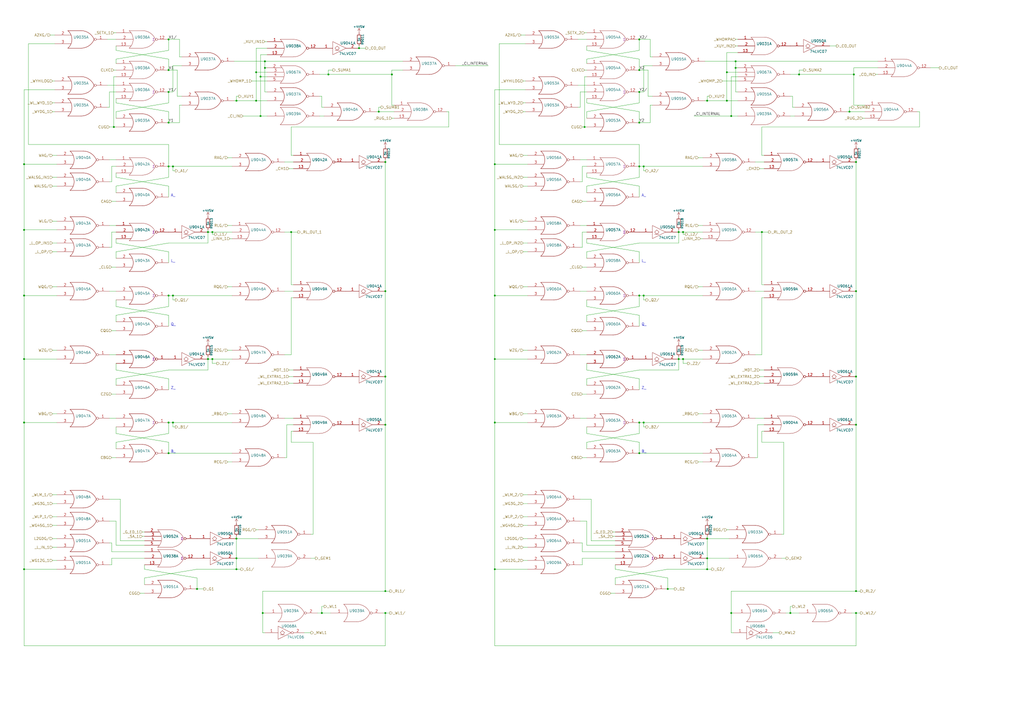
<source format=kicad_sch>
(kicad_sch (version 20211123) (generator eeschema)
  (paper "A2")
  (junction (at 441.96 134.62))
  (junction (at 153.67 35.56))
  (junction (at 114.3 341.63))
  (junction (at 496.57 168.91))
  (junction (at 97.79 40.64))
  (junction (at 97.79 262.89))
  (junction (at 421.64 41.91))
  (junction (at 410.21 330.2))
  (junction (at 287.02 208.28))
  (junction (at 97.79 22.86))
  (junction (at 424.18 67.31))
  (junction (at 97.79 53.34))
  (junction (at 13.97 330.2))
  (junction (at 137.16 323.85))
  (junction (at 287.02 245.11))
  (junction (at 339.09 73.66))
  (junction (at 370.84 40.64))
  (junction (at 223.52 218.44))
  (junction (at 496.57 355.6))
  (junction (at 120.65 134.62))
  (junction (at 463.55 43.18))
  (junction (at 287.02 95.25))
  (junction (at 426.72 39.37))
  (junction (at 370.84 22.86))
  (junction (at 370.84 71.12))
  (junction (at 410.21 312.42))
  (junction (at 496.57 93.98))
  (junction (at 13.97 171.45))
  (junction (at 396.24 134.62))
  (junction (at 208.28 27.94))
  (junction (at 393.7 134.62))
  (junction (at 287.02 171.45))
  (junction (at 370.84 245.11))
  (junction (at 458.47 355.6))
  (junction (at 97.79 171.45))
  (junction (at 287.02 133.35))
  (junction (at 151.13 44.45))
  (junction (at 13.97 133.35))
  (junction (at 123.19 134.62))
  (junction (at 219.71 64.77))
  (junction (at 168.91 134.62))
  (junction (at 137.16 312.42))
  (junction (at 370.84 53.34))
  (junction (at 223.52 93.98))
  (junction (at 410.21 323.85))
  (junction (at 393.7 208.28))
  (junction (at 120.65 208.28))
  (junction (at 190.5 43.18))
  (junction (at 396.24 208.28))
  (junction (at 100.33 96.52))
  (junction (at 370.84 262.89))
  (junction (at 370.84 96.52))
  (junction (at 287.02 330.2))
  (junction (at 223.52 342.9))
  (junction (at 387.35 341.63))
  (junction (at 223.52 246.38))
  (junction (at 13.97 95.25))
  (junction (at 148.59 41.91))
  (junction (at 426.72 35.56))
  (junction (at 123.19 208.28))
  (junction (at 227.33 43.18))
  (junction (at 492.76 64.77))
  (junction (at 424.18 355.6))
  (junction (at 496.57 342.9))
  (junction (at 370.84 171.45))
  (junction (at 137.16 330.2))
  (junction (at 66.04 73.66))
  (junction (at 223.52 168.91))
  (junction (at 152.4 355.6))
  (junction (at 100.33 245.11))
  (junction (at 373.38 171.45))
  (junction (at 137.16 58.42))
  (junction (at 186.69 355.6))
  (junction (at 223.52 355.6))
  (junction (at 97.79 71.12))
  (junction (at 97.79 245.11))
  (junction (at 100.33 171.45))
  (junction (at 373.38 96.52))
  (junction (at 97.79 96.52))
  (junction (at 148.59 58.42))
  (junction (at 421.64 58.42))
  (junction (at 373.38 245.11))
  (junction (at 496.57 246.38))
  (junction (at 153.67 39.37))
  (junction (at 410.21 58.42))
  (junction (at 13.97 245.11))
  (junction (at 13.97 208.28))
  (junction (at 496.57 218.44))
  (junction (at 495.3 43.18))
  (junction (at 151.13 67.31))
  (wire (pts (xy 97.79 83.82) (xy 16.51 83.82)))
  (wire (pts (xy 153.67 53.34) (xy 154.94 53.34)))
  (wire (pts (xy 148.59 41.91) (xy 148.59 58.42)))
  (wire (pts (xy 33.02 90.17) (xy 30.48 90.17)))
  (wire (pts (xy 13.97 245.11) (xy 33.02 245.11)))
  (wire (pts (xy 370.84 53.34) (xy 370.84 59.69)))
  (wire (pts (xy 120.65 208.28) (xy 123.19 208.28)))
  (wire (pts (xy 340.36 251.46) (xy 340.36 247.65)))
  (wire (pts (xy 66.04 73.66) (xy 67.31 73.66)))
  (wire (pts (xy 170.18 168.91) (xy 165.1 168.91)))
  (wire (pts (xy 33.02 240.03) (xy 30.48 240.03)))
  (wire (pts (xy 370.84 262.89) (xy 370.84 256.54)))
  (wire (pts (xy 340.36 146.05) (xy 340.36 149.86)))
  (wire (pts (xy 336.55 62.23) (xy 336.55 53.34)))
  (wire (pts (xy 63.5 73.66) (xy 66.04 73.66)))
  (wire (pts (xy 13.97 95.25) (xy 33.02 95.25)))
  (wire (pts (xy 340.36 40.64) (xy 339.09 40.64)))
  (wire (pts (xy 306.07 146.05) (xy 303.53 146.05)))
  (wire (pts (xy 458.47 355.6) (xy 463.55 355.6)))
  (wire (pts (xy 97.79 34.29) (xy 67.31 29.21)))
  (wire (pts (xy 97.79 189.23) (xy 97.79 182.88)))
  (wire (pts (xy 63.5 327.66) (xy 64.77 327.66)))
  (wire (pts (xy 375.92 40.64) (xy 375.92 55.88)))
  (wire (pts (xy 153.67 35.56) (xy 233.68 35.56)))
  (wire (pts (xy 370.84 83.82) (xy 370.84 96.52)))
  (wire (pts (xy 494.03 355.6) (xy 496.57 355.6)))
  (wire (pts (xy 152.4 367.03) (xy 153.67 367.03)))
  (wire (pts (xy 496.57 355.6) (xy 496.57 374.65)))
  (wire (pts (xy 120.65 140.97) (xy 97.79 140.97)))
  (wire (pts (xy 407.67 138.43) (xy 406.4 138.43)))
  (wire (pts (xy 66.04 73.66) (xy 66.04 44.45)))
  (wire (pts (xy 402.59 67.31) (xy 424.18 67.31)))
  (wire (pts (xy 64.77 96.52) (xy 67.31 96.52)))
  (wire (pts (xy 137.16 58.42) (xy 148.59 58.42)))
  (wire (pts (xy 407.67 203.2) (xy 405.13 203.2)))
  (wire (pts (xy 152.4 342.9) (xy 152.4 355.6)))
  (wire (pts (xy 496.57 342.9) (xy 499.11 342.9)))
  (wire (pts (xy 370.84 214.63) (xy 340.36 219.71)))
  (wire (pts (xy 303.53 287.02) (xy 306.07 287.02)))
  (wire (pts (xy 97.79 251.46) (xy 67.31 256.54)))
  (wire (pts (xy 393.7 140.97) (xy 370.84 140.97)))
  (wire (pts (xy 97.79 171.45) (xy 97.79 177.8)))
  (wire (pts (xy 481.33 26.67) (xy 485.14 26.67)))
  (wire (pts (xy 62.23 49.53) (xy 67.31 49.53)))
  (wire (pts (xy 97.79 171.45) (xy 100.33 171.45)))
  (wire (pts (xy 287.02 52.07) (xy 287.02 95.25)))
  (wire (pts (xy 67.31 177.8) (xy 67.31 173.99)))
  (wire (pts (xy 97.79 40.64) (xy 97.79 34.29)))
  (wire (pts (xy 336.55 168.91) (xy 340.36 168.91)))
  (wire (pts (xy 165.1 265.43) (xy 166.37 265.43)))
  (wire (pts (xy 356.87 330.2) (xy 356.87 327.66)))
  (wire (pts (xy 501.65 68.58) (xy 500.38 68.58)))
  (wire (pts (xy 33.02 128.27) (xy 30.48 128.27)))
  (wire (pts (xy 340.36 214.63) (xy 340.36 210.82)))
  (wire (pts (xy 227.33 40.64) (xy 233.68 40.64)))
  (wire (pts (xy 377.19 71.12) (xy 370.84 71.12)))
  (wire (pts (xy 495.3 39.37) (xy 509.27 39.37)))
  (wire (pts (xy 208.28 27.94) (xy 212.09 27.94)))
  (wire (pts (xy 532.13 64.77) (xy 533.4 64.77)))
  (wire (pts (xy 496.57 168.91) (xy 496.57 218.44)))
  (wire (pts (xy 440.69 97.79) (xy 443.23 97.79)))
  (wire (pts (xy 458.47 351.79) (xy 459.74 351.79)))
  (wire (pts (xy 356.87 308.61) (xy 355.6 308.61)))
  (wire (pts (xy 410.21 311.15) (xy 410.21 312.42)))
  (wire (pts (xy 287.02 208.28) (xy 287.02 245.11)))
  (wire (pts (xy 31.75 46.99) (xy 30.48 46.99)))
  (wire (pts (xy 114.3 330.2) (xy 83.82 335.28)))
  (wire (pts (xy 63.5 205.74) (xy 67.31 205.74)))
  (wire (pts (xy 67.31 228.6) (xy 64.77 228.6)))
  (wire (pts (xy 306.07 203.2) (xy 303.53 203.2)))
  (wire (pts (xy 393.7 214.63) (xy 370.84 214.63)))
  (wire (pts (xy 306.07 90.17) (xy 303.53 90.17)))
  (wire (pts (xy 33.02 325.12) (xy 30.48 325.12)))
  (wire (pts (xy 340.36 64.77) (xy 340.36 68.58)))
  (wire (pts (xy 151.13 67.31) (xy 154.94 67.31)))
  (wire (pts (xy 168.91 172.72) (xy 170.18 172.72)))
  (wire (pts (xy 30.48 299.72) (xy 33.02 299.72)))
  (wire (pts (xy 148.59 27.94) (xy 148.59 41.91)))
  (wire (pts (xy 137.16 312.42) (xy 137.16 323.85)))
  (wire (pts (xy 373.38 96.52) (xy 407.67 96.52)))
  (wire (pts (xy 443.23 222.25) (xy 440.69 222.25)))
  (wire (pts (xy 219.71 64.77) (xy 219.71 62.23)))
  (wire (pts (xy 448.31 367.03) (xy 452.12 367.03)))
  (wire (pts (xy 13.97 52.07) (xy 13.97 95.25)))
  (wire (pts (xy 454.66 256.54) (xy 441.96 256.54)))
  (wire (pts (xy 97.79 102.87) (xy 67.31 107.95)))
  (wire (pts (xy 140.97 67.31) (xy 151.13 67.31)))
  (wire (pts (xy 123.19 210.82) (xy 125.73 210.82)))
  (wire (pts (xy 459.74 55.88) (xy 459.74 62.23)))
  (wire (pts (xy 424.18 44.45) (xy 424.18 67.31)))
  (wire (pts (xy 148.59 58.42) (xy 154.94 58.42)))
  (wire (pts (xy 370.84 226.06) (xy 370.84 219.71)))
  (wire (pts (xy 340.36 140.97) (xy 340.36 138.43)))
  (wire (pts (xy 304.8 46.99) (xy 303.53 46.99)))
  (wire (pts (xy 97.79 96.52) (xy 100.33 96.52)))
  (wire (pts (xy 370.84 182.88) (xy 340.36 177.8)))
  (wire (pts (xy 441.96 172.72) (xy 443.23 172.72)))
  (wire (pts (xy 33.02 140.97) (xy 30.48 140.97)))
  (wire (pts (xy 219.71 64.77) (xy 228.6 64.77)))
  (wire (pts (xy 407.67 166.37) (xy 405.13 166.37)))
  (wire (pts (xy 165.1 134.62) (xy 168.91 134.62)))
  (wire (pts (xy 83.82 335.28) (xy 83.82 339.09)))
  (wire (pts (xy 120.65 134.62) (xy 123.19 134.62)))
  (wire (pts (xy 340.36 316.23) (xy 356.87 316.23)))
  (wire (pts (xy 153.67 35.56) (xy 153.67 39.37)))
  (wire (pts (xy 137.16 311.15) (xy 137.16 312.42)))
  (wire (pts (xy 97.79 29.21) (xy 67.31 34.29)))
  (wire (pts (xy 97.79 53.34) (xy 100.33 53.34)))
  (wire (pts (xy 100.33 171.45) (xy 134.62 171.45)))
  (wire (pts (xy 13.97 208.28) (xy 33.02 208.28)))
  (wire (pts (xy 33.02 107.95) (xy 30.48 107.95)))
  (wire (pts (xy 102.87 55.88) (xy 105.41 55.88)))
  (wire (pts (xy 185.42 67.31) (xy 187.96 67.31)))
  (wire (pts (xy 441.96 73.66) (xy 441.96 90.17)))
  (wire (pts (xy 63.5 314.96) (xy 64.77 314.96)))
  (wire (pts (xy 496.57 93.98) (xy 496.57 168.91)))
  (wire (pts (xy 373.38 245.11) (xy 407.67 245.11)))
  (wire (pts (xy 287.02 330.2) (xy 306.07 330.2)))
  (wire (pts (xy 337.82 134.62) (xy 340.36 134.62)))
  (wire (pts (xy 306.07 102.87) (xy 303.53 102.87)))
  (wire (pts (xy 336.55 302.26) (xy 340.36 302.26)))
  (wire (pts (xy 458.47 55.88) (xy 459.74 55.88)))
  (wire (pts (xy 154.94 24.13) (xy 153.67 24.13)))
  (wire (pts (xy 373.38 38.1) (xy 378.46 38.1)))
  (wire (pts (xy 336.55 130.81) (xy 340.36 130.81)))
  (wire (pts (xy 100.33 53.34) (xy 100.33 38.1)))
  (wire (pts (xy 120.65 134.62) (xy 120.65 140.97)))
  (wire (pts (xy 396.24 208.28) (xy 396.24 210.82)))
  (wire (pts (xy 123.19 208.28) (xy 134.62 208.28)))
  (wire (pts (xy 64.77 314.96) (xy 64.77 320.04)))
  (wire (pts (xy 13.97 171.45) (xy 33.02 171.45)))
  (wire (pts (xy 370.84 96.52) (xy 370.84 102.87)))
  (wire (pts (xy 340.36 107.95) (xy 340.36 111.76)))
  (wire (pts (xy 33.02 292.1) (xy 30.48 292.1)))
  (wire (pts (xy 533.4 73.66) (xy 441.96 73.66)))
  (wire (pts (xy 63.5 130.81) (xy 67.31 130.81)))
  (wire (pts (xy 223.52 93.98) (xy 223.52 168.91)))
  (wire (pts (xy 410.21 312.42) (xy 410.21 323.85)))
  (wire (pts (xy 287.02 95.25) (xy 287.02 133.35)))
  (wire (pts (xy 304.8 20.32) (xy 302.26 20.32)))
  (wire (pts (xy 340.36 177.8) (xy 340.36 173.99)))
  (wire (pts (xy 407.67 130.81) (xy 405.13 130.81)))
  (wire (pts (xy 153.67 39.37) (xy 154.94 39.37)))
  (wire (pts (xy 97.79 22.86) (xy 97.79 29.21)))
  (wire (pts (xy 336.55 289.56) (xy 342.9 289.56)))
  (wire (pts (xy 421.64 41.91) (xy 427.99 41.91)))
  (wire (pts (xy 441.96 165.1) (xy 443.23 165.1)))
  (wire (pts (xy 134.62 267.97) (xy 132.08 267.97)))
  (wire (pts (xy 166.37 246.38) (xy 170.18 246.38)))
  (wire (pts (xy 184.15 355.6) (xy 186.69 355.6)))
  (wire (pts (xy 83.82 344.17) (xy 81.28 344.17)))
  (wire (pts (xy 306.07 107.95) (xy 303.53 107.95)))
  (wire (pts (xy 97.79 114.3) (xy 97.79 107.95)))
  (wire (pts (xy 33.02 317.5) (xy 30.48 317.5)))
  (wire (pts (xy 222.25 355.6) (xy 223.52 355.6)))
  (wire (pts (xy 421.64 30.48) (xy 427.99 30.48)))
  (wire (pts (xy 373.38 171.45) (xy 373.38 173.99)))
  (wire (pts (xy 496.57 374.65) (xy 287.02 374.65)))
  (wire (pts (xy 62.23 62.23) (xy 63.5 62.23)))
  (wire (pts (xy 356.87 335.28) (xy 356.87 339.09)))
  (wire (pts (xy 123.19 134.62) (xy 123.19 135.89)))
  (wire (pts (xy 373.38 53.34) (xy 373.38 38.1)))
  (wire (pts (xy 100.33 245.11) (xy 100.33 247.65)))
  (wire (pts (xy 134.62 166.37) (xy 132.08 166.37)))
  (wire (pts (xy 137.16 330.2) (xy 139.7 330.2)))
  (wire (pts (xy 407.67 91.44) (xy 405.13 91.44)))
  (wire (pts (xy 440.69 218.44) (xy 443.23 218.44)))
  (wire (pts (xy 67.31 140.97) (xy 67.31 138.43)))
  (wire (pts (xy 370.84 171.45) (xy 373.38 171.45)))
  (wire (pts (xy 441.96 90.17) (xy 443.23 90.17)))
  (wire (pts (xy 336.55 314.96) (xy 337.82 314.96)))
  (wire (pts (xy 342.9 289.56) (xy 342.9 313.69)))
  (wire (pts (xy 223.52 92.71) (xy 223.52 93.98)))
  (wire (pts (xy 31.75 64.77) (xy 30.48 64.77)))
  (wire (pts (xy 370.84 22.86) (xy 377.19 22.86)))
  (wire (pts (xy 100.33 38.1) (xy 105.41 38.1)))
  (wire (pts (xy 13.97 330.2) (xy 33.02 330.2)))
  (wire (pts (xy 33.02 102.87) (xy 30.48 102.87)))
  (wire (pts (xy 63.5 143.51) (xy 64.77 143.51)))
  (wire (pts (xy 31.75 59.69) (xy 30.48 59.69)))
  (wire (pts (xy 340.36 19.05) (xy 339.09 19.05)))
  (wire (pts (xy 306.07 325.12) (xy 303.53 325.12)))
  (wire (pts (xy 137.16 312.42) (xy 149.86 312.42)))
  (wire (pts (xy 97.79 245.11) (xy 100.33 245.11)))
  (wire (pts (xy 123.19 135.89) (xy 124.46 135.89)))
  (wire (pts (xy 373.38 171.45) (xy 407.67 171.45)))
  (wire (pts (xy 373.38 245.11) (xy 373.38 247.65)))
  (wire (pts (xy 373.38 173.99) (xy 374.65 173.99)))
  (wire (pts (xy 67.31 265.43) (xy 64.77 265.43)))
  (wire (pts (xy 438.15 134.62) (xy 441.96 134.62)))
  (wire (pts (xy 227.33 43.18) (xy 227.33 60.96)))
  (wire (pts (xy 13.97 133.35) (xy 13.97 171.45)))
  (wire (pts (xy 104.14 33.02) (xy 105.41 33.02)))
  (wire (pts (xy 134.62 130.81) (xy 132.08 130.81)))
  (wire (pts (xy 337.82 96.52) (xy 340.36 96.52)))
  (wire (pts (xy 377.19 33.02) (xy 378.46 33.02)))
  (wire (pts (xy 181.61 256.54) (xy 168.91 256.54)))
  (wire (pts (xy 13.97 133.35) (xy 33.02 133.35)))
  (wire (pts (xy 223.52 355.6) (xy 223.52 374.65)))
  (wire (pts (xy 227.33 40.64) (xy 227.33 43.18)))
  (wire (pts (xy 186.69 55.88) (xy 186.69 62.23)))
  (wire (pts (xy 104.14 71.12) (xy 97.79 71.12)))
  (wire (pts (xy 441.96 205.74) (xy 438.15 205.74)))
  (wire (pts (xy 63.5 289.56) (xy 69.85 289.56)))
  (wire (pts (xy 218.44 64.77) (xy 219.71 64.77)))
  (wire (pts (xy 370.84 102.87) (xy 340.36 107.95)))
  (wire (pts (xy 67.31 19.05) (xy 66.04 19.05)))
  (wire (pts (xy 387.35 341.63) (xy 387.35 335.28)))
  (wire (pts (xy 426.72 35.56) (xy 509.27 35.56)))
  (wire (pts (xy 441.96 205.74) (xy 441.96 172.72)))
  (wire (pts (xy 186.69 355.6) (xy 191.77 355.6)))
  (wire (pts (xy 287.02 245.11) (xy 287.02 330.2)))
  (wire (pts (xy 100.33 99.06) (xy 101.6 99.06)))
  (wire (pts (xy 69.85 289.56) (xy 69.85 313.69)))
  (wire (pts (xy 340.36 256.54) (xy 340.36 260.35)))
  (wire (pts (xy 337.82 143.51) (xy 337.82 134.62)))
  (wire (pts (xy 424.18 67.31) (xy 427.99 67.31)))
  (wire (pts (xy 148.59 41.91) (xy 154.94 41.91)))
  (wire (pts (xy 340.36 302.26) (xy 340.36 316.23)))
  (wire (pts (xy 137.16 58.42) (xy 137.16 55.88)))
  (wire (pts (xy 97.79 140.97) (xy 67.31 146.05)))
  (wire (pts (xy 63.5 62.23) (xy 63.5 53.34)))
  (wire (pts (xy 370.84 245.11) (xy 370.84 251.46)))
  (wire (pts (xy 100.33 245.11) (xy 134.62 245.11)))
  (wire (pts (xy 492.76 64.77) (xy 501.65 64.77)))
  (wire (pts (xy 454.66 309.88) (xy 454.66 256.54)))
  (wire (pts (xy 339.09 73.66) (xy 340.36 73.66)))
  (wire (pts (xy 223.52 342.9) (xy 226.06 342.9)))
  (wire (pts (xy 370.84 219.71) (xy 340.36 214.63)))
  (wire (pts (xy 33.02 146.05) (xy 30.48 146.05)))
  (wire (pts (xy 410.21 323.85) (xy 422.91 323.85)))
  (wire (pts (xy 100.33 171.45) (xy 100.33 173.99)))
  (wire (pts (xy 306.07 292.1) (xy 303.53 292.1)))
  (wire (pts (xy 123.19 134.62) (xy 134.62 134.62)))
  (wire (pts (xy 508 43.18) (xy 509.27 43.18)))
  (wire (pts (xy 62.23 22.86) (xy 67.31 22.86)))
  (wire (pts (xy 306.07 240.03) (xy 303.53 240.03)))
  (wire (pts (xy 336.55 53.34) (xy 340.36 53.34)))
  (wire (pts (xy 496.57 246.38) (xy 496.57 342.9)))
  (wire (pts (xy 168.91 205.74) (xy 165.1 205.74)))
  (wire (pts (xy 396.24 134.62) (xy 396.24 135.89)))
  (wire (pts (xy 287.02 171.45) (xy 306.07 171.45)))
  (wire (pts (xy 370.84 189.23) (xy 370.84 182.88)))
  (wire (pts (xy 97.79 177.8) (xy 67.31 182.88)))
  (wire (pts (xy 370.84 83.82) (xy 289.56 83.82)))
  (wire (pts (xy 30.48 312.42) (xy 33.02 312.42)))
  (wire (pts (xy 168.91 165.1) (xy 170.18 165.1)))
  (wire (pts (xy 260.35 73.66) (xy 168.91 73.66)))
  (wire (pts (xy 370.84 40.64) (xy 370.84 34.29)))
  (wire (pts (xy 370.84 256.54) (xy 340.36 251.46)))
  (wire (pts (xy 64.77 320.04) (xy 83.82 320.04)))
  (wire (pts (xy 120.65 207.01) (xy 120.65 208.28)))
  (wire (pts (xy 370.84 29.21) (xy 340.36 34.29)))
  (wire (pts (xy 104.14 22.86) (xy 104.14 33.02)))
  (wire (pts (xy 67.31 251.46) (xy 67.31 247.65)))
  (wire (pts (xy 67.31 34.29) (xy 67.31 36.83)))
  (wire (pts (xy 424.18 342.9) (xy 424.18 355.6)))
  (wire (pts (xy 287.02 133.35) (xy 306.07 133.35)))
  (wire (pts (xy 13.97 330.2) (xy 13.97 374.65)))
  (wire (pts (xy 466.09 40.64) (xy 463.55 40.64)))
  (wire (pts (xy 495.3 43.18) (xy 495.3 60.96)))
  (wire (pts (xy 410.21 323.85) (xy 410.21 330.2)))
  (wire (pts (xy 168.91 90.17) (xy 170.18 90.17)))
  (wire (pts (xy 387.35 335.28) (xy 356.87 330.2)))
  (wire (pts (xy 137.16 323.85) (xy 137.16 330.2)))
  (wire (pts (xy 335.28 62.23) (xy 336.55 62.23)))
  (wire (pts (xy 421.64 58.42) (xy 421.64 41.91)))
  (wire (pts (xy 148.59 27.94) (xy 154.94 27.94)))
  (wire (pts (xy 370.84 34.29) (xy 340.36 29.21)))
  (wire (pts (xy 458.47 355.6) (xy 458.47 351.79)))
  (wire (pts (xy 396.24 208.28) (xy 407.67 208.28)))
  (wire (pts (xy 97.79 214.63) (xy 67.31 219.71)))
  (wire (pts (xy 16.51 25.4) (xy 31.75 25.4)))
  (wire (pts (xy 336.55 92.71) (xy 340.36 92.71)))
  (wire (pts (xy 304.8 52.07) (xy 287.02 52.07)))
  (wire (pts (xy 335.28 22.86) (xy 340.36 22.86)))
  (wire (pts (xy 66.04 44.45) (xy 67.31 44.45)))
  (wire (pts (xy 356.87 311.15) (xy 355.6 311.15)))
  (wire (pts (xy 30.48 287.02) (xy 33.02 287.02)))
  (wire (pts (xy 168.91 205.74) (xy 168.91 172.72)))
  (wire (pts (xy 97.79 83.82) (xy 97.79 96.52)))
  (wire (pts (xy 63.5 92.71) (xy 67.31 92.71)))
  (wire (pts (xy 170.18 250.19) (xy 168.91 250.19)))
  (wire (pts (xy 13.97 95.25) (xy 13.97 133.35)))
  (wire (pts (xy 223.52 374.65) (xy 13.97 374.65)))
  (wire (pts (xy 223.52 246.38) (xy 223.52 342.9)))
  (wire (pts (xy 496.57 92.71) (xy 496.57 93.98)))
  (wire (pts (xy 340.36 29.21) (xy 340.36 26.67)))
  (wire (pts (xy 438.15 242.57) (xy 443.23 242.57)))
  (wire (pts (xy 306.07 128.27) (xy 303.53 128.27)))
  (wire (pts (xy 13.97 245.11) (xy 13.97 330.2)))
  (wire (pts (xy 370.84 262.89) (xy 407.67 262.89)))
  (wire (pts (xy 33.02 203.2) (xy 30.48 203.2)))
  (wire (pts (xy 63.5 168.91) (xy 67.31 168.91)))
  (wire (pts (xy 67.31 102.87) (xy 67.31 100.33)))
  (wire (pts (xy 335.28 49.53) (xy 340.36 49.53)))
  (wire (pts (xy 63.5 302.26) (xy 67.31 302.26)))
  (wire (pts (xy 337.82 320.04) (xy 356.87 320.04)))
  (wire (pts (xy 97.79 219.71) (xy 67.31 214.63)))
  (wire (pts (xy 167.64 97.79) (xy 170.18 97.79)))
  (wire (pts (xy 410.21 312.42) (xy 422.91 312.42)))
  (wire (pts (xy 259.08 64.77) (xy 260.35 64.77)))
  (wire (pts (xy 408.94 58.42) (xy 410.21 58.42)))
  (wire (pts (xy 63.5 53.34) (xy 67.31 53.34)))
  (wire (pts (xy 463.55 40.64) (xy 463.55 43.18)))
  (wire (pts (xy 370.84 114.3) (xy 370.84 107.95)))
  (wire (pts (xy 134.62 240.03) (xy 132.08 240.03)))
  (wire (pts (xy 342.9 313.69) (xy 356.87 313.69)))
  (wire (pts (xy 441.96 134.62) (xy 445.77 134.62)))
  (wire (pts (xy 168.91 250.19) (xy 168.91 256.54)))
  (wire (pts (xy 97.79 256.54) (xy 67.31 251.46)))
  (wire (pts (xy 337.82 314.96) (xy 337.82 320.04)))
  (wire (pts (xy 63.5 242.57) (xy 67.31 242.57)))
  (wire (pts (xy 443.23 250.19) (xy 441.96 250.19)))
  (wire (pts (xy 64.77 327.66) (xy 64.77 323.85)))
  (wire (pts (xy 492.76 64.77) (xy 492.76 62.23)))
  (wire (pts (xy 114.3 330.2) (xy 137.16 330.2)))
  (wire (pts (xy 441.96 134.62) (xy 441.96 165.1)))
  (wire (pts (xy 287.02 133.35) (xy 287.02 171.45)))
  (wire (pts (xy 31.75 52.07) (xy 13.97 52.07)))
  (wire (pts (xy 154.94 46.99) (xy 146.05 46.99)))
  (wire (pts (xy 289.56 83.82) (xy 289.56 25.4)))
  (wire (pts (xy 453.39 323.85) (xy 455.93 323.85)))
  (wire (pts (xy 123.19 208.28) (xy 123.19 210.82)))
  (wire (pts (xy 13.97 171.45) (xy 13.97 208.28)))
  (wire (pts (xy 337.82 73.66) (xy 339.09 73.66)))
  (wire (pts (xy 336.55 205.74) (xy 340.36 205.74)))
  (wire (pts (xy 67.31 107.95) (xy 67.31 111.76)))
  (wire (pts (xy 306.07 140.97) (xy 303.53 140.97)))
  (wire (pts (xy 33.02 304.8) (xy 30.48 304.8)))
  (wire (pts (xy 337.82 327.66) (xy 337.82 323.85)))
  (wire (pts (xy 137.16 323.85) (xy 149.86 323.85)))
  (wire (pts (xy 67.31 64.77) (xy 67.31 68.58)))
  (wire (pts (xy 190.5 43.18) (xy 227.33 43.18)))
  (wire (pts (xy 496.57 218.44) (xy 496.57 246.38)))
  (wire (pts (xy 223.52 218.44) (xy 223.52 246.38)))
  (wire (pts (xy 97.79 262.89) (xy 97.79 256.54)))
  (wire (pts (xy 336.55 327.66) (xy 337.82 327.66)))
  (wire (pts (xy 180.34 323.85) (xy 182.88 323.85)))
  (wire (pts (xy 339.09 44.45) (xy 340.36 44.45)))
  (wire (pts (xy 153.67 39.37) (xy 153.67 53.34)))
  (wire (pts (xy 260.35 64.77) (xy 260.35 73.66)))
  (wire (pts (xy 370.84 40.64) (xy 375.92 40.64)))
  (wire (pts (xy 64.77 143.51) (xy 64.77 134.62)))
  (wire (pts (xy 223.52 168.91) (xy 223.52 218.44)))
  (wire (pts (xy 97.79 40.64) (xy 102.87 40.64)))
  (wire (pts (xy 427.99 22.86) (xy 426.72 22.86)))
  (wire (pts (xy 165.1 242.57) (xy 170.18 242.57)))
  (wire (pts (xy 227.33 60.96) (xy 228.6 60.96)))
  (wire (pts (xy 387.35 330.2) (xy 356.87 335.28)))
  (wire (pts (xy 151.13 31.75) (xy 151.13 44.45)))
  (wire (pts (xy 120.65 208.28) (xy 120.65 214.63)))
  (wire (pts (xy 340.36 265.43) (xy 337.82 265.43)))
  (wire (pts (xy 370.84 171.45) (xy 370.84 177.8)))
  (wire (pts (xy 287.02 208.28) (xy 306.07 208.28)))
  (wire (pts (xy 387.35 341.63) (xy 391.16 341.63)))
  (wire (pts (xy 137.16 55.88) (xy 138.43 55.88)))
  (wire (pts (xy 67.31 40.64) (xy 66.04 40.64)))
  (wire (pts (xy 228.6 68.58) (xy 227.33 68.58)))
  (wire (pts (xy 410.21 330.2) (xy 412.75 330.2)))
  (wire (pts (xy 135.89 35.56) (xy 153.67 35.56)))
  (wire (pts (xy 370.84 245.11) (xy 373.38 245.11)))
  (wire (pts (xy 67.31 302.26) (xy 67.31 316.23)))
  (wire (pts (xy 83.82 330.2) (xy 83.82 327.66)))
  (wire (pts (xy 67.31 256.54) (xy 67.31 260.35)))
  (wire (pts (xy 31.75 20.32) (xy 29.21 20.32)))
  (wire (pts (xy 152.4 342.9) (xy 223.52 342.9)))
  (wire (pts (xy 152.4 355.6) (xy 152.4 367.03)))
  (wire (pts (xy 97.79 146.05) (xy 67.31 140.97)))
  (wire (pts (xy 421.64 58.42) (xy 427.99 58.42)))
  (wire (pts (xy 373.38 96.52) (xy 373.38 99.06)))
  (wire (pts (xy 441.96 250.19) (xy 441.96 256.54)))
  (wire (pts (xy 186.69 351.79) (xy 187.96 351.79)))
  (wire (pts (xy 97.79 245.11) (xy 97.79 251.46)))
  (wire (pts (xy 287.02 245.11) (xy 306.07 245.11)))
  (wire (pts (xy 393.7 208.28) (xy 393.7 214.63)))
  (wire (pts (xy 370.84 107.95) (xy 340.36 102.87)))
  (wire (pts (xy 168.91 134.62) (xy 172.72 134.62)))
  (wire (pts (xy 114.3 341.63) (xy 114.3 335.28)))
  (wire (pts (xy 97.79 152.4) (xy 97.79 146.05)))
  (wire (pts (xy 458.47 67.31) (xy 461.01 67.31)))
  (wire (pts (xy 443.23 214.63) (xy 440.69 214.63)))
  (wire (pts (xy 134.62 91.44) (xy 132.08 91.44)))
  (wire (pts (xy 427.99 26.67) (xy 426.72 26.67)))
  (wire (pts (xy 336.55 242.57) (xy 340.36 242.57)))
  (wire (pts (xy 396.24 135.89) (xy 397.51 135.89)))
  (wire (pts (xy 393.7 207.01) (xy 393.7 208.28)))
  (wire (pts (xy 533.4 64.77) (xy 533.4 73.66)))
  (wire (pts (xy 170.18 222.25) (xy 167.64 222.25)))
  (wire (pts (xy 422.91 307.34) (xy 421.64 307.34)))
  (wire (pts (xy 100.33 96.52) (xy 100.33 99.06)))
  (wire (pts (xy 97.79 59.69) (xy 67.31 64.77)))
  (wire (pts (xy 424.18 355.6) (xy 425.45 355.6)))
  (wire (pts (xy 67.31 191.77) (xy 64.77 191.77)))
  (wire (pts (xy 208.28 27.94) (xy 208.28 26.67)))
  (wire (pts (xy 463.55 43.18) (xy 495.3 43.18)))
  (wire (pts (xy 373.38 247.65) (xy 374.65 247.65)))
  (wire (pts (xy 97.79 107.95) (xy 67.31 102.87)))
  (wire (pts (xy 455.93 355.6) (xy 458.47 355.6)))
  (wire (pts (xy 168.91 134.62) (xy 168.91 165.1)))
  (wire (pts (xy 370.84 140.97) (xy 340.36 146.05)))
  (wire (pts (xy 427.99 46.99) (xy 419.1 46.99)))
  (wire (pts (xy 63.5 105.41) (xy 64.77 105.41)))
  (wire (pts (xy 393.7 134.62) (xy 396.24 134.62)))
  (wire (pts (xy 186.69 355.6) (xy 186.69 351.79)))
  (wire (pts (xy 104.14 71.12) (xy 104.14 60.96)))
  (wire (pts (xy 190.5 40.64) (xy 190.5 43.18)))
  (wire (pts (xy 13.97 208.28) (xy 13.97 245.11)))
  (wire (pts (xy 193.04 40.64) (xy 190.5 40.64)))
  (wire (pts (xy 289.56 25.4) (xy 304.8 25.4)))
  (wire (pts (xy 67.31 182.88) (xy 67.31 186.69)))
  (wire (pts (xy 152.4 355.6) (xy 153.67 355.6)))
  (wire (pts (xy 134.62 203.2) (xy 132.08 203.2)))
  (wire (pts (xy 67.31 59.69) (xy 67.31 57.15)))
  (wire (pts (xy 303.53 312.42) (xy 306.07 312.42)))
  (wire (pts (xy 114.3 341.63) (xy 118.11 341.63)))
  (wire (pts (xy 438.15 265.43) (xy 439.42 265.43)))
  (wire (pts (xy 370.84 71.12) (xy 370.84 64.77)))
  (wire (pts (xy 396.24 210.82) (xy 398.78 210.82)))
  (wire (pts (xy 151.13 44.45) (xy 154.94 44.45)))
  (wire (pts (xy 149.86 307.34) (xy 148.59 307.34)))
  (wire (pts (xy 339.09 73.66) (xy 339.09 44.45)))
  (wire (pts (xy 340.36 116.84) (xy 337.82 116.84)))
  (wire (pts (xy 166.37 265.43) (xy 166.37 246.38)))
  (wire (pts (xy 407.67 240.03) (xy 405.13 240.03)))
  (wire (pts (xy 167.64 218.44) (xy 170.18 218.44)))
  (wire (pts (xy 97.79 182.88) (xy 67.31 177.8)))
  (wire (pts (xy 370.84 59.69) (xy 340.36 64.77)))
  (wire (pts (xy 491.49 64.77) (xy 492.76 64.77)))
  (wire (pts (xy 306.07 304.8) (xy 303.53 304.8)))
  (wire (pts (xy 426.72 39.37) (xy 427.99 39.37)))
  (wire (pts (xy 67.31 219.71) (xy 67.31 223.52)))
  (wire (pts (xy 337.82 105.41) (xy 337.82 96.52)))
  (wire (pts (xy 67.31 316.23) (xy 83.82 316.23)))
  (wire (pts (xy 340.36 191.77) (xy 337.82 191.77)))
  (wire (pts (xy 453.39 309.88) (xy 454.66 309.88)))
  (wire (pts (xy 97.79 96.52) (xy 97.79 102.87)))
  (wire (pts (xy 459.74 62.23) (xy 461.01 62.23)))
  (wire (pts (xy 170.18 93.98) (xy 165.1 93.98)))
  (wire (pts (xy 393.7 208.28) (xy 396.24 208.28)))
  (wire (pts (xy 83.82 311.15) (xy 82.55 311.15)))
  (wire (pts (xy 100.33 173.99) (xy 101.6 173.99)))
  (wire (pts (xy 264.16 38.1) (xy 283.21 38.1)))
  (wire (pts (xy 407.67 267.97) (xy 405.13 267.97)))
  (wire (pts (xy 340.36 34.29) (xy 340.36 36.83)))
  (wire (pts (xy 495.3 39.37) (xy 495.3 43.18)))
  (wire (pts (xy 67.31 29.21) (xy 67.31 26.67)))
  (wire (pts (xy 377.19 22.86) (xy 377.19 33.02)))
  (wire (pts (xy 458.47 43.18) (xy 463.55 43.18)))
  (wire (pts (xy 426.72 35.56) (xy 426.72 39.37)))
  (wire (pts (xy 64.77 134.62) (xy 67.31 134.62)))
  (wire (pts (xy 151.13 44.45) (xy 151.13 67.31)))
  (wire (pts (xy 102.87 40.64) (xy 102.87 55.88)))
  (wire (pts (xy 287.02 330.2) (xy 287.02 374.65)))
  (wire (pts (xy 303.53 299.72) (xy 306.07 299.72)))
  (wire (pts (xy 97.79 226.06) (xy 97.79 219.71)))
  (wire (pts (xy 176.53 367.03) (xy 180.34 367.03)))
  (wire (pts (xy 64.77 105.41) (xy 64.77 96.52)))
  (wire (pts (xy 287.02 171.45) (xy 287.02 208.28)))
  (wire (pts (xy 492.76 62.23) (xy 494.03 62.23)))
  (wire (pts (xy 424.18 342.9) (xy 496.57 342.9)))
  (wire (pts (xy 370.84 22.86) (xy 370.84 29.21)))
  (wire (pts (xy 370.84 96.52) (xy 373.38 96.52)))
  (wire (pts (xy 69.85 313.69) (xy 83.82 313.69)))
  (wire (pts (xy 393.7 134.62) (xy 393.7 140.97)))
  (wire (pts (xy 370.84 152.4) (xy 370.84 146.05)))
  (wire (pts (xy 370.84 64.77) (xy 340.36 59.69)))
  (wire (pts (xy 356.87 344.17) (xy 354.33 344.17)))
  (wire (pts (xy 304.8 59.69) (xy 303.53 59.69)))
  (wire (pts (xy 424.18 355.6) (xy 424.18 367.03)))
  (wire (pts (xy 97.79 53.34) (xy 97.79 59.69)))
  (wire (pts (xy 393.7 133.35) (xy 393.7 134.62)))
  (wire (pts (xy 336.55 105.41) (xy 337.82 105.41)))
  (wire (pts (xy 340.36 228.6) (xy 337.82 228.6)))
  (wire (pts (xy 181.61 309.88) (xy 181.61 256.54)))
  (wire (pts (xy 375.92 55.88) (xy 378.46 55.88)))
  (wire (pts (xy 408.94 35.56) (xy 426.72 35.56)))
  (wire (pts (xy 83.82 308.61) (xy 82.55 308.61)))
  (wire (pts (xy 426.72 53.34) (xy 427.99 53.34)))
  (wire (pts (xy 180.34 309.88) (xy 181.61 309.88)))
  (wire (pts (xy 64.77 323.85) (xy 83.82 323.85)))
  (wire (pts (xy 168.91 73.66) (xy 168.91 90.17)))
  (wire (pts (xy 336.55 143.51) (xy 337.82 143.51)))
  (wire (pts (xy 340.36 59.69) (xy 340.36 57.15)))
  (wire (pts (xy 495.3 60.96) (xy 501.65 60.96)))
  (wire (pts (xy 410.21 58.42) (xy 410.21 55.88)))
  (wire (pts (xy 421.64 41.91) (xy 421.64 30.48)))
  (wire (pts (xy 377.19 71.12) (xy 377.19 60.96)))
  (wire (pts (xy 33.02 166.37) (xy 30.48 166.37)))
  (wire (pts (xy 120.65 214.63) (xy 97.79 214.63)))
  (wire (pts (xy 306.07 317.5) (xy 303.53 317.5)))
  (wire (pts (xy 370.84 177.8) (xy 340.36 182.88)))
  (wire (pts (xy 340.36 154.94) (xy 337.82 154.94)))
  (wire (pts (xy 387.35 330.2) (xy 410.21 330.2)))
  (wire (pts (xy 340.36 102.87) (xy 340.36 100.33)))
  (wire (pts (xy 100.33 96.52) (xy 134.62 96.52)))
  (wire (pts (xy 67.31 116.84) (xy 64.77 116.84)))
  (wire (pts (xy 370.84 251.46) (xy 340.36 256.54)))
  (wire (pts (xy 120.65 133.35) (xy 120.65 134.62)))
  (wire (pts (xy 97.79 71.12) (xy 97.79 64.77)))
  (wire (pts (xy 134.62 138.43) (xy 133.35 138.43)))
  (wire (pts (xy 370.84 146.05) (xy 340.36 140.97)))
  (wire (pts (xy 100.33 247.65) (xy 101.6 247.65)))
  (wire (pts (xy 67.31 146.05) (xy 67.31 149.86)))
  (wire (pts (xy 427.99 44.45) (xy 424.18 44.45)))
  (wire (pts (xy 67.31 154.94) (xy 64.77 154.94)))
  (wire (pts (xy 496.57 355.6) (xy 499.11 355.6)))
  (wire (pts (xy 97.79 22.86) (xy 104.14 22.86)))
  (wire (pts (xy 97.79 262.89) (xy 134.62 262.89)))
  (wire (pts (xy 424.18 367.03) (xy 425.45 367.03)))
  (wire (pts (xy 135.89 58.42) (xy 137.16 58.42)))
  (wire (pts (xy 114.3 335.28) (xy 83.82 330.2)))
  (wire (pts (xy 67.31 214.63) (xy 67.31 210.82)))
  (wire (pts (xy 223.52 355.6) (xy 226.06 355.6)))
  (wire (pts (xy 340.36 219.71) (xy 340.36 223.52)))
  (wire (pts (xy 304.8 64.77) (xy 303.53 64.77)))
  (wire (pts (xy 186.69 62.23) (xy 187.96 62.23)))
  (wire (pts (xy 426.72 39.37) (xy 426.72 53.34)))
  (wire (pts (xy 16.51 83.82) (xy 16.51 25.4)))
  (wire (pts (xy 104.14 60.96) (xy 105.41 60.96)))
  (wire (pts (xy 370.84 53.34) (xy 373.38 53.34)))
  (wire (pts (xy 410.21 55.88) (xy 411.48 55.88)))
  (wire (pts (xy 97.79 64.77) (xy 67.31 59.69)))
  (wire (pts (xy 340.36 182.88) (xy 340.36 186.69)))
  (wire (pts (xy 439.42 265.43) (xy 439.42 246.38)))
  (wire (pts (xy 396.24 134.62) (xy 407.67 134.62)))
  (wire (pts (xy 219.71 62.23) (xy 220.98 62.23)))
  (wire (pts (xy 377.19 60.96) (xy 378.46 60.96)))
  (wire (pts (xy 185.42 55.88) (xy 186.69 55.88)))
  (wire (pts (xy 539.75 39.37) (xy 544.83 39.37)))
  (wire (pts (xy 439.42 246.38) (xy 443.23 246.38)))
  (wire (pts (xy 306.07 166.37) (xy 303.53 166.37)))
  (wire (pts (xy 185.42 43.18) (xy 190.5 43.18)))
  (wire (pts (xy 410.21 58.42) (xy 421.64 58.42)))
  (wire (pts (xy 287.02 95.25) (xy 306.07 95.25)))
  (wire (pts (xy 373.38 99.06) (xy 374.65 99.06)))
  (wire (pts (xy 170.18 214.63) (xy 167.64 214.63)))
  (wire (pts (xy 443.23 168.91) (xy 438.15 168.91)))
  (wire (pts (xy 151.13 31.75) (xy 154.94 31.75)))
  (wire (pts (xy 337.82 323.85) (xy 356.87 323.85)))
  (wire (pts (xy 443.23 93.98) (xy 438.15 93.98)))
  (text "B_" (at 372.11 262.89 0) (effects (font (size 1.524 1.524)) (justify left bottom)))
  (text "A_" (at 99.06 114.3 0) (effects (font (size 1.524 1.524)) (justify left bottom)))
  (text "Z_" (at 372.11 226.06 0) (effects (font (size 1.524 1.524)) (justify left bottom)))
  (text "L_" (at 99.06 152.4 0) (effects (font (size 1.524 1.524)) (justify left bottom)))
  (text "A_" (at 372.11 114.3 0) (effects (font (size 1.524 1.524)) (justify left bottom)))
  (text "L_" (at 372.11 152.4 0) (effects (font (size 1.524 1.524)) (justify left bottom)))
  (text "B_" (at 99.06 262.89 0) (effects (font (size 1.524 1.524)) (justify left bottom)))
  (text "Q_" (at 372.11 189.23 0) (effects (font (size 1.524 1.524)) (justify left bottom)))
  (text "Q_" (at 99.06 189.23 0) (effects (font (size 1.524 1.524)) (justify left bottom)))
  (text "Z_" (at 99.06 226.06 0) (effects (font (size 1.524 1.524)) (justify left bottom)))
  (label "Y2/" (at 370.84 53.34 0) (effects (font (size 1.524 1.524))))
  (label "X2" (at 370.84 40.64 0) (effects (font (size 1.524 1.524))))
  (label "X1" (at 97.79 40.64 0) (effects (font (size 1.524 1.524))))
  (label "X2/" (at 370.84 22.86 0) (effects (font (size 1.524 1.524))))
  (label "Y2" (at 370.84 71.12 0) (effects (font (size 1.524 1.524))))
  (label "_CI_INTERNAL" (at 402.59 67.31 0) (effects (font (size 1.524 1.524))))
  (label "X1/" (at 97.79 22.86 0) (effects (font (size 1.524 1.524))))
  (label "Y1/" (at 97.79 53.34 0) (effects (font (size 1.524 1.524))))
  (label "Y1" (at 97.79 71.12 0) (effects (font (size 1.524 1.524))))
  (label "_CI_INTERNAL" (at 283.21 38.1 180) (effects (font (size 1.524 1.524))))
  (hierarchical_label "_GEM1" (shape output) (at 182.88 323.85 0) (effects (font (size 1.524 1.524))))
  (hierarchical_label "_RUG_1" (shape input) (at 227.33 68.58 180) (effects (font (size 1.524 1.524))))
  (hierarchical_label "_G2" (shape output) (at 391.16 341.63 0) (effects (font (size 1.524 1.524))))
  (hierarchical_label "_WL_WYD_1" (shape input) (at 30.48 59.69 180) (effects (font (size 1.524 1.524))))
  (hierarchical_label "RGG/" (shape input) (at 148.59 307.34 180) (effects (font (size 1.524 1.524))))
  (hierarchical_label "CZG" (shape input) (at 337.82 228.6 180) (effects (font (size 1.524 1.524))))
  (hierarchical_label "_L1/" (shape output) (at 124.46 135.89 0) (effects (font (size 1.524 1.524))))
  (hierarchical_label "RZG/" (shape input) (at 132.08 203.2 180) (effects (font (size 1.524 1.524))))
  (hierarchical_label "RCG/" (shape input) (at 132.08 267.97 180) (effects (font (size 1.524 1.524))))
  (hierarchical_label "_G2/" (shape output) (at 412.75 330.2 0) (effects (font (size 1.524 1.524))))
  (hierarchical_label "WALSG/" (shape input) (at 303.53 107.95 180) (effects (font (size 1.524 1.524))))
  (hierarchical_label "RZG/" (shape input) (at 405.13 203.2 180) (effects (font (size 1.524 1.524))))
  (hierarchical_label "CAG" (shape input) (at 337.82 116.84 180) (effects (font (size 1.524 1.524))))
  (hierarchical_label "_WG3G_2" (shape input) (at 303.53 292.1 180) (effects (font (size 1.524 1.524))))
  (hierarchical_label "L2GDG/" (shape input) (at 30.48 312.42 180) (effects (font (size 1.524 1.524))))
  (hierarchical_label "_CH2" (shape input) (at 440.69 97.79 180) (effects (font (size 1.524 1.524))))
  (hierarchical_label "_CO_OUT" (shape output) (at 212.09 27.94 0) (effects (font (size 1.524 1.524))))
  (hierarchical_label "WBG/" (shape input) (at 30.48 240.03 180) (effects (font (size 1.524 1.524))))
  (hierarchical_label "_WL_EXTRA2_2" (shape input) (at 440.69 222.25 180) (effects (font (size 1.524 1.524))))
  (hierarchical_label "A2XG/" (shape input) (at 29.21 20.32 180) (effects (font (size 1.524 1.524))))
  (hierarchical_label "WALSG/" (shape input) (at 30.48 107.95 180) (effects (font (size 1.524 1.524))))
  (hierarchical_label "_MDT_1" (shape input) (at 167.64 214.63 180) (effects (font (size 1.524 1.524))))
  (hierarchical_label "_WHOMP_2" (shape input) (at 419.1 46.99 180) (effects (font (size 1.524 1.524))))
  (hierarchical_label "_WYDG_2" (shape input) (at 303.53 64.77 180) (effects (font (size 1.524 1.524))))
  (hierarchical_label "_WG12G_1" (shape input) (at 30.48 325.12 180) (effects (font (size 1.524 1.524))))
  (hierarchical_label "_SUMA2" (shape output) (at 466.09 40.64 0) (effects (font (size 1.524 1.524))))
  (hierarchical_label "CUG" (shape input) (at 63.5 73.66 180) (effects (font (size 1.524 1.524))))
  (hierarchical_label "CZG" (shape input) (at 64.77 228.6 180) (effects (font (size 1.524 1.524))))
  (hierarchical_label "WQG/" (shape input) (at 30.48 166.37 180) (effects (font (size 1.524 1.524))))
  (hierarchical_label "_WG3G_1" (shape input) (at 30.48 292.1 180) (effects (font (size 1.524 1.524))))
  (hierarchical_label "_G1/" (shape output) (at 139.7 330.2 0) (effects (font (size 1.524 1.524))))
  (hierarchical_label "WAG/" (shape input) (at 303.53 90.17 180) (effects (font (size 1.524 1.524))))
  (hierarchical_label "CBG" (shape input) (at 64.77 265.43 180) (effects (font (size 1.524 1.524))))
  (hierarchical_label "_SA_2" (shape input) (at 355.6 311.15 180) (effects (font (size 1.524 1.524))))
  (hierarchical_label "RLG/" (shape input) (at 405.13 130.81 180) (effects (font (size 1.524 1.524))))
  (hierarchical_label "_GEM2" (shape output) (at 455.93 323.85 0) (effects (font (size 1.524 1.524))))
  (hierarchical_label "_L_IN_2" (shape input) (at 303.53 317.5 180) (effects (font (size 1.524 1.524))))
  (hierarchical_label "_RUG_2" (shape input) (at 500.38 68.58 180) (effects (font (size 1.524 1.524))))
  (hierarchical_label "_L_OP_IN2" (shape input) (at 303.53 140.97 180) (effects (font (size 1.524 1.524))))
  (hierarchical_label "_L_OP_IN1" (shape input) (at 30.48 140.97 180) (effects (font (size 1.524 1.524))))
  (hierarchical_label "_WG12G_2" (shape input) (at 303.53 325.12 180) (effects (font (size 1.524 1.524))))
  (hierarchical_label "_LINH_2" (shape input) (at 406.4 138.43 180) (effects (font (size 1.524 1.524))))
  (hierarchical_label "_WYDG_1" (shape input) (at 30.48 64.77 180) (effects (font (size 1.524 1.524))))
  (hierarchical_label "RAG/" (shape input) (at 405.13 91.44 180) (effects (font (size 1.524 1.524))))
  (hierarchical_label "WZG/" (shape input) (at 30.48 203.2 180) (effects (font (size 1.524 1.524))))
  (hierarchical_label "_MWL2" (shape output) (at 452.12 367.03 0) (effects (font (size 1.524 1.524))))
  (hierarchical_label "_WLM_1/" (shape input) (at 30.48 287.02 180) (effects (font (size 1.524 1.524))))
  (hierarchical_label "_RBG/" (shape input) (at 405.13 240.03 180) (effects (font (size 1.524 1.524))))
  (hierarchical_label "_L_OP/" (shape input) (at 303.53 146.05 180) (effects (font (size 1.524 1.524))))
  (hierarchical_label "_WL1" (shape output) (at 187.96 351.79 0) (effects (font (size 1.524 1.524))))
  (hierarchical_label "_SUMA1" (shape output) (at 193.04 40.64 0) (effects (font (size 1.524 1.524))))
  (hierarchical_label "_RL_OUT_2" (shape output) (at 445.77 134.62 0) (effects (font (size 1.524 1.524))))
  (hierarchical_label "RLG/" (shape input) (at 132.08 130.81 180) (effects (font (size 1.524 1.524))))
  (hierarchical_label "CGG" (shape input) (at 354.33 344.17 180) (effects (font (size 1.524 1.524))))
  (hierarchical_label "_WYHILOG" (shape input) (at 303.53 46.99 180) (effects (font (size 1.524 1.524))))
  (hierarchical_label "RAG/" (shape input) (at 132.08 91.44 180) (effects (font (size 1.524 1.524))))
  (hierarchical_label "_RBG/" (shape input) (at 132.08 240.03 180) (effects (font (size 1.524 1.524))))
  (hierarchical_label "_WL_WYD_2" (shape input) (at 303.53 59.69 180) (effects (font (size 1.524 1.524))))
  (hierarchical_label "CQG" (shape input) (at 337.82 191.77 180) (effects (font (size 1.524 1.524))))
  (hierarchical_label "_WL2/" (shape output) (at 499.11 355.6 0) (effects (font (size 1.524 1.524))))
  (hierarchical_label "_L2/" (shape output) (at 397.51 135.89 0) (effects (font (size 1.524 1.524))))
  (hierarchical_label "_WG45G_1" (shape input) (at 30.48 304.8 180) (effects (font (size 1.524 1.524))))
  (hierarchical_label "_CI_IN" (shape input) (at 140.97 67.31 180) (effects (font (size 1.524 1.524))))
  (hierarchical_label "_Z2/" (shape output) (at 398.78 210.82 0) (effects (font (size 1.524 1.524))))
  (hierarchical_label "_WL_EXTRA2_1" (shape input) (at 167.64 222.25 180) (effects (font (size 1.524 1.524))))
  (hierarchical_label "CLXC" (shape input) (at 339.09 40.64 180) (effects (font (size 1.524 1.524))))
  (hierarchical_label "_G_ED_2" (shape input) (at 355.6 308.61 180) (effects (font (size 1.524 1.524))))
  (hierarchical_label "WAG/" (shape input) (at 30.48 90.17 180) (effects (font (size 1.524 1.524))))
  (hierarchical_label "CLXC" (shape input) (at 66.04 40.64 180) (effects (font (size 1.524 1.524))))
  (hierarchical_label "_CO_OUT" (shape output) (at 485.14 26.67 0) (effects (font (size 1.524 1.524))))
  (hierarchical_label "_SUMB1" (shape output) (at 220.98 62.23 0) (effects (font (size 1.524 1.524))))
  (hierarchical_label "_SA_1" (shape input) (at 82.55 311.15 180) (effects (font (size 1.524 1.524))))
  (hierarchical_label "WZG/" (shape input) (at 303.53 203.2 180) (effects (font (size 1.524 1.524))))
  (hierarchical_label "CAG" (shape input) (at 64.77 116.84 180) (effects (font (size 1.524 1.524))))
  (hierarchical_label "RQG/" (shape input) (at 405.13 166.37 180) (effects (font (size 1.524 1.524))))
  (hierarchical_label "_SETX_2" (shape input) (at 339.09 19.05 180) (effects (font (size 1.524 1.524))))
  (hierarchical_label "_CLG" (shape input) (at 337.82 154.94 180) (effects (font (size 1.524 1.524))))
  (hierarchical_label "_MDT_2" (shape input) (at 440.69 214.63 180) (effects (font (size 1.524 1.524))))
  (hierarchical_label "_WALSG_IN1" (shape input) (at 30.48 102.87 180) (effects (font (size 1.524 1.524))))
  (hierarchical_label "_WHOMP_1" (shape input) (at 146.05 46.99 180) (effects (font (size 1.524 1.524))))
  (hierarchical_label "_XUY_IN2" (shape input) (at 426.72 26.67 180) (effects (font (size 1.524 1.524))))
  (hierarchical_label "_Q2/" (shape output) (at 374.65 173.99 0) (effects (font (size 1.524 1.524))))
  (hierarchical_label "_LINH_1" (shape input) (at 133.35 138.43 180) (effects (font (size 1.524 1.524))))
  (hierarchical_label "_SUMB2" (shape output) (at 494.03 62.23 0) (effects (font (size 1.524 1.524))))
  (hierarchical_label "_XUY_IN1" (shape input) (at 153.67 24.13 180) (effects (font (size 1.524 1.524))))
  (hierarchical_label "WLG/" (shape input) (at 303.53 128.27 180) (effects (font (size 1.524 1.524))))
  (hierarchical_label "_Z1/" (shape output) (at 125.73 210.82 0) (effects (font (size 1.524 1.524))))
  (hierarchical_label "_CO_IN" (shape input) (at 508 43.18 180) (effects (font (size 1.524 1.524))))
  (hierarchical_label "_G_ED_1" (shape input) (at 82.55 308.61 180) (effects (font (size 1.524 1.524))))
  (hierarchical_label "_WL1/" (shape output) (at 226.06 355.6 0) (effects (font (size 1.524 1.524))))
  (hierarchical_label "_WLP_2/" (shape input) (at 303.53 299.72 180) (effects (font (size 1.524 1.524))))
  (hierarchical_label "_B2/" (shape output) (at 374.65 247.65 0) (effects (font (size 1.524 1.524))))
  (hierarchical_label "_WHOMPA" (shape input) (at 426.72 22.86 180) (effects (font (size 1.524 1.524))))
  (hierarchical_label "A2XG/" (shape input) (at 302.26 20.32 180) (effects (font (size 1.524 1.524))))
  (hierarchical_label "_WLP_1/" (shape input) (at 30.48 299.72 180) (effects (font (size 1.524 1.524))))
  (hierarchical_label "_RL1/" (shape output) (at 226.06 342.9 0) (effects (font (size 1.524 1.524))))
  (hierarchical_label "RCG/" (shape input) (at 405.13 267.97 180) (effects (font (size 1.524 1.524))))
  (hierarchical_label "_XUY2" (shape output) (at 411.48 55.88 0) (effects (font (size 1.524 1.524))))
  (hierarchical_label "_CH1" (shape input) (at 167.64 97.79 180) (effects (font (size 1.524 1.524))))
  (hierarchical_label "_RL2/" (shape output) (at 499.11 342.9 0) (effects (font (size 1.524 1.524))))
  (hierarchical_label "_A1/" (shape output) (at 101.6 99.06 0) (effects (font (size 1.524 1.524))))
  (hierarchical_label "_XUY1" (shape output) (at 138.43 55.88 0) (effects (font (size 1.524 1.524))))
  (hierarchical_label "CGG" (shape input) (at 81.28 344.17 180) (effects (font (size 1.524 1.524))))
  (hierarchical_label "RQG/" (shape input) (at 132.08 166.37 180) (effects (font (size 1.524 1.524))))
  (hierarchical_label "CUG" (shape input) (at 337.82 73.66 180) (effects (font (size 1.524 1.524))))
  (hierarchical_label "WBG/" (shape input) (at 303.53 240.03 180) (effects (font (size 1.524 1.524))))
  (hierarchical_label "_SETX_1" (shape input) (at 66.04 19.05 180) (effects (font (size 1.524 1.524))))
  (hierarchical_label "_L_IN_1" (shape input) (at 30.48 317.5 180) (effects (font (size 1.524 1.524))))
  (hierarchical_label "_B1/" (shape output) (at 101.6 247.65 0) (effects (font (size 1.524 1.524))))
  (hierarchical_label "_WG45G_2" (shape input) (at 303.53 304.8 180) (effects (font (size 1.524 1.524))))
  (hierarchical_label "_WLM_2/" (shape input) (at 303.53 287.02 180) (effects (font (size 1.524 1.524))))
  (hierarchical_label "_A2/" (shape output) (at 374.65 99.06 0) (effects (font (size 1.524 1.524))))
  (hierarchical_label "WQG/" (shape input) (at 303.53 166.37 180) (effects (font (size 1.524 1.524))))
  (hierarchical_label "RGG/" (shape input) (at 421.64 307.34 180) (effects (font (size 1.524 1.524))))
  (hierarchical_label "_WL2" (shape output) (at 459.74 351.79 0) (effects (font (size 1.524 1.524))))
  (hierarchical_label "WLG/" (shape input) (at 30.48 128.27 180) (effects (font (size 1.524 1.524))))
  (hierarchical_label "_G1" (shape output) (at 118.11 341.63 0) (effects (font (size 1.524 1.524))))
  (hierarchical_label "CBG" (shape input) (at 337.82 265.43 180) (effects (font (size 1.524 1.524))))
  (hierarchical_label "_WL_EXTRA1_1" (shape input) (at 167.64 218.44 180) (effects (font (size 1.524 1.524))))
  (hierarchical_label "_WALSG_IN2" (shape input) (at 303.53 102.87 180) (effects (font (size 1.524 1.524))))
  (hierarchical_label "_WL_EXTRA1_2" (shape input) (at 440.69 218.44 180) (effects (font (size 1.524 1.524))))
  (hierarchical_label "_RL_OUT_1" (shape output) (at 172.72 134.62 0) (effects (font (size 1.524 1.524))))
  (hierarchical_label "CQG" (shape input) (at 64.77 191.77 180) (effects (font (size 1.524 1.524))))
  (hierarchical_label "_Q1/" (shape output) (at 101.6 173.99 0) (effects (font (size 1.524 1.524))))
  (hierarchical_label "_CLG" (shape input) (at 64.77 154.94 180) (effects (font (size 1.524 1.524))))
  (hierarchical_label "_MWL1" (shape output) (at 180.34 367.03 0) (effects (font (size 1.524 1.524))))
  (hierarchical_label "L2GDG/" (shape input) (at 303.53 312.42 180) (effects (font (size 1.524 1.524))))
  (hierarchical_label "_L_OP/" (shape input) (at 30.48 146.05 180) (effects (font (size 1.524 1.524))))
  (hierarchical_label "_WYHILOG" (shape input) (at 30.48 46.99 180) (effects (font (size 1.524 1.524))))
  (hierarchical_label "_CI_OUT" (shape output) (at 544.83 39.37 0) (effects (font (size 1.524 1.524))))
  (symbol (lib_id "agc_kicad_components:74HC02") (at 46.99 22.86 0)
    (property "Reference" "U9035" (at 46.99 21.59 0) (effects (font (size 1.524 1.524))))
    (property "Value" "74HC02" (effects hide))
  )
  (symbol (lib_id "agc_kicad_components:74HC27") (at 82.55 22.86 0)
    (property "Reference" "U9036" (at 82.55 21.59 0) (effects (font (size 1.524 1.524))))
    (property "Value" "74HC27" (effects hide))
    (property "Initial" "1" (at 88.9 22.86 0) (effects (font (size 1.524 1.524) italic)))
  )
  (symbol (lib_id "agc_kicad_components:74HC27") (at 82.55 40.64 0)
    (property "Reference" "U9036" (at 82.55 39.37 0) (effects (font (size 1.524 1.524))))
    (property "Value" "74HC27" (effects hide))
  )
  (symbol (lib_id "agc_kicad_components:74HC27") (at 82.55 53.34 0)
    (property "Reference" "U9036" (at 82.55 52.07 0) (effects (font (size 1.524 1.524))))
    (property "Value" "74HC27" (effects hide))
    (property "Initial" "1" (at 88.9 53.34 0) (effects (font (size 1.524 1.524) italic)))
  )
  (symbol (lib_id "agc_kicad_components:74HC02") (at 46.99 49.53 0)
    (property "Reference" "U9035" (at 46.99 48.26 0) (effects (font (size 1.524 1.524))))
    (property "Value" "74HC02" (effects hide))
  )
  (symbol (lib_id "agc_kicad_components:74HC02") (at 46.99 62.23 0)
    (property "Reference" "U9035" (at 46.99 60.96 0) (effects (font (size 1.524 1.524))))
    (property "Value" "74HC02" (effects hide))
  )
  (symbol (lib_id "agc_kicad_components:74HC02") (at 82.55 71.12 0)
    (property "Reference" "U9035" (at 82.55 69.85 0) (effects (font (size 1.524 1.524))))
    (property "Value" "74HC02" (effects hide))
  )
  (symbol (lib_id "agc_kicad_components:74HC02") (at 120.65 35.56 0)
    (property "Reference" "U9037" (at 120.65 34.29 0) (effects (font (size 1.524 1.524))))
    (property "Value" "74HC02" (effects hide))
  )
  (symbol (lib_id "agc_kicad_components:74HC02") (at 120.65 58.42 0)
    (property "Reference" "U9037" (at 120.65 57.15 0) (effects (font (size 1.524 1.524))))
    (property "Value" "74HC02" (effects hide))
  )
  (symbol (lib_id "agc_kicad_components:74HC02") (at 170.18 55.88 0)
    (property "Reference" "U9037" (at 170.18 54.61 0) (effects (font (size 1.524 1.524))))
    (property "Value" "74HC02" (effects hide))
  )
  (symbol (lib_id "agc_kicad_components:74HC02") (at 248.92 38.1 0)
    (property "Reference" "U9037" (at 248.92 36.83 0) (effects (font (size 1.524 1.524))))
    (property "Value" "74HC02" (effects hide))
  )
  (symbol (lib_id "agc_kicad_components:74HC04") (at 170.18 67.31 0)
    (property "Reference" "U9039" (at 170.18 66.04 0) (effects (font (size 1.524 1.524))))
    (property "Value" "74HC04" (effects hide))
  )
  (symbol (lib_id "agc_kicad_components:74HC02") (at 203.2 64.77 0)
    (property "Reference" "U9040" (at 203.2 63.5 0) (effects (font (size 1.524 1.524))))
    (property "Value" "74HC02" (effects hide))
  )
  (symbol (lib_id "agc_kicad_components:74HC27") (at 243.84 64.77 0)
    (property "Reference" "U9038" (at 243.84 63.5 0) (effects (font (size 1.524 1.524))))
    (property "Value" "74HC27" (effects hide))
  )
  (symbol (lib_id "agc_kicad_components:74HC27") (at 170.18 27.94 0)
    (property "Reference" "U9038" (at 170.18 26.67 0) (effects (font (size 1.524 1.524))))
    (property "Value" "74HC27" (effects hide))
  )
  (symbol (lib_id "agc_kicad_components:74LVC07") (at 196.85 27.94 0)
    (property "Reference" "U9041" (at 201.803 25.019 0) (effects (font (size 1.524 1.524))))
    (property "Value" "74LVC07" (at 201.676 31.115 0) (effects (font (size 1.524 1.524))))
  )
  (symbol (lib_id "four_bit_2-rescue:R-device") (at 208.28 22.86 0)
    (property "Reference" "R9011" (at 210.312 22.86 90))
    (property "Value" "5k" (at 208.28 22.86 90))
  )
  (symbol (lib_id "agc_kicad_components:74HC02") (at 48.26 92.71 0)
    (property "Reference" "U9040" (at 48.26 91.44 0) (effects (font (size 1.524 1.524))))
    (property "Value" "74HC02" (effects hide))
  )
  (symbol (lib_id "agc_kicad_components:74HC02") (at 48.26 105.41 0)
    (property "Reference" "U9040" (at 48.26 104.14 0) (effects (font (size 1.524 1.524))))
    (property "Value" "74HC02" (effects hide))
  )
  (symbol (lib_id "agc_kicad_components:74HC27") (at 82.55 96.52 0)
    (property "Reference" "U9042" (at 82.55 95.25 0) (effects (font (size 1.524 1.524))))
    (property "Value" "74HC27" (effects hide))
    (property "Initial" "1" (at 88.9 96.52 0) (effects (font (size 1.524 1.524) italic)))
  )
  (symbol (lib_id "agc_kicad_components:74HC02") (at 82.55 114.3 0)
    (property "Reference" "U9040" (at 82.55 113.03 0) (effects (font (size 1.524 1.524))))
    (property "Value" "74HC02" (effects hide))
  )
  (symbol (lib_id "agc_kicad_components:74HC02") (at 149.86 93.98 0)
    (property "Reference" "U9043" (at 149.86 92.71 0) (effects (font (size 1.524 1.524))))
    (property "Value" "74HC02" (effects hide))
  )
  (symbol (lib_id "agc_kicad_components:74HC27") (at 185.42 93.98 0)
    (property "Reference" "U9042" (at 185.42 92.71 0) (effects (font (size 1.524 1.524))))
    (property "Value" "74HC27" (effects hide))
  )
  (symbol (lib_id "agc_kicad_components:74LVC07") (at 212.09 93.98 0)
    (property "Reference" "U9041" (at 217.043 91.059 0) (effects (font (size 1.524 1.524))))
    (property "Value" "74LVC07" (at 216.916 97.155 0) (effects (font (size 1.524 1.524))))
  )
  (symbol (lib_id "four_bit_2-rescue:R-device") (at 223.52 88.9 0)
    (property "Reference" "R9012" (at 225.552 88.9 90))
    (property "Value" "5k" (at 223.52 88.9 90))
  )
  (symbol (lib_id "agc_kicad_components:74HC02") (at 48.26 130.81 0)
    (property "Reference" "U9043" (at 48.26 129.54 0) (effects (font (size 1.524 1.524))))
    (property "Value" "74HC02" (effects hide))
  )
  (symbol (lib_id "agc_kicad_components:74HC02") (at 48.26 143.51 0)
    (property "Reference" "U9043" (at 48.26 142.24 0) (effects (font (size 1.524 1.524))))
    (property "Value" "74HC02" (effects hide))
  )
  (symbol (lib_id "agc_kicad_components:74HC27") (at 82.55 134.62 0)
    (property "Reference" "U9042" (at 82.55 133.35 0) (effects (font (size 1.524 1.524))))
    (property "Value" "74HC27" (effects hide))
    (property "Initial" "1" (at 88.9 134.62 0) (effects (font (size 1.524 1.524) italic)))
  )
  (symbol (lib_id "agc_kicad_components:74HC02") (at 82.55 152.4 0)
    (property "Reference" "U9043" (at 82.55 151.13 0) (effects (font (size 1.524 1.524))))
    (property "Value" "74HC02" (effects hide))
  )
  (symbol (lib_id "agc_kicad_components:74HC02") (at 48.26 168.91 0)
    (property "Reference" "U9045" (at 48.26 167.64 0) (effects (font (size 1.524 1.524))))
    (property "Value" "74HC02" (effects hide))
  )
  (symbol (lib_id "agc_kicad_components:74HC02") (at 82.55 171.45 0)
    (property "Reference" "U9045" (at 82.55 170.18 0) (effects (font (size 1.524 1.524))))
    (property "Value" "74HC02" (effects hide))
    (property "Initial" "1" (at 88.9 171.45 0) (effects (font (size 1.524 1.524) italic)))
  )
  (symbol (lib_id "agc_kicad_components:74HC02") (at 82.55 189.23 0)
    (property "Reference" "U9045" (at 82.55 187.96 0) (effects (font (size 1.524 1.524))))
    (property "Value" "74HC02" (effects hide))
  )
  (symbol (lib_id "agc_kicad_components:74HC02") (at 149.86 168.91 0)
    (property "Reference" "U9046" (at 149.86 167.64 0) (effects (font (size 1.524 1.524))))
    (property "Value" "74HC02" (effects hide))
  )
  (symbol (lib_id "agc_kicad_components:74LVC07") (at 109.22 134.62 0)
    (property "Reference" "U9041" (at 114.173 131.699 0) (effects (font (size 1.524 1.524))))
    (property "Value" "74LVC07" (at 114.046 137.795 0) (effects (font (size 1.524 1.524))))
  )
  (symbol (lib_id "four_bit_2-rescue:R-device") (at 120.65 129.54 0)
    (property "Reference" "R9013" (at 122.682 129.54 90))
    (property "Value" "5k" (at 120.65 129.54 90))
  )
  (symbol (lib_id "agc_kicad_components:74HC27") (at 185.42 168.91 0)
    (property "Reference" "U9049" (at 185.42 167.64 0) (effects (font (size 1.524 1.524))))
    (property "Value" "74HC27" (effects hide))
  )
  (symbol (lib_id "agc_kicad_components:74HC02") (at 48.26 205.74 0)
    (property "Reference" "U9046" (at 48.26 204.47 0) (effects (font (size 1.524 1.524))))
    (property "Value" "74HC02" (effects hide))
  )
  (symbol (lib_id "agc_kicad_components:74HC02") (at 82.55 208.28 0)
    (property "Reference" "U9046" (at 82.55 207.01 0) (effects (font (size 1.524 1.524))))
    (property "Value" "74HC02" (effects hide))
    (property "Initial" "1" (at 88.9 208.28 0) (effects (font (size 1.524 1.524) italic)))
  )
  (symbol (lib_id "agc_kicad_components:74HC02") (at 82.55 226.06 0)
    (property "Reference" "U9046" (at 82.55 224.79 0) (effects (font (size 1.524 1.524))))
    (property "Value" "74HC02" (effects hide))
  )
  (symbol (lib_id "agc_kicad_components:74HC02") (at 149.86 205.74 0)
    (property "Reference" "U9047" (at 149.86 204.47 0) (effects (font (size 1.524 1.524))))
    (property "Value" "74HC02" (effects hide))
  )
  (symbol (lib_id "agc_kicad_components:74LVC07") (at 212.09 168.91 0)
    (property "Reference" "U9041" (at 217.043 165.989 0) (effects (font (size 1.524 1.524))))
    (property "Value" "74LVC07" (at 216.916 172.085 0) (effects (font (size 1.524 1.524))))
  )
  (symbol (lib_id "agc_kicad_components:74LVC07") (at 109.22 208.28 0)
    (property "Reference" "U9041" (at 114.173 205.359 0) (effects (font (size 1.524 1.524))))
    (property "Value" "74LVC07" (at 114.046 211.455 0) (effects (font (size 1.524 1.524))))
  )
  (symbol (lib_id "agc_kicad_components:74HC27") (at 185.42 218.44 0)
    (property "Reference" "U9049" (at 185.42 217.17 0) (effects (font (size 1.524 1.524))))
    (property "Value" "74HC27" (effects hide))
  )
  (symbol (lib_id "agc_kicad_components:74LVC07") (at 212.09 218.44 0)
    (property "Reference" "U9041" (at 217.043 215.519 0) (effects (font (size 1.524 1.524))))
    (property "Value" "74LVC07" (at 216.916 221.615 0) (effects (font (size 1.524 1.524))))
  )
  (symbol (lib_id "four_bit_2-rescue:R-device") (at 120.65 203.2 0)
    (property "Reference" "R9015" (at 122.682 203.2 90))
    (property "Value" "5k" (at 120.65 203.2 90))
  )
  (symbol (lib_id "agc_kicad_components:74HC02") (at 48.26 242.57 0)
    (property "Reference" "U9047" (at 48.26 241.3 0) (effects (font (size 1.524 1.524))))
    (property "Value" "74HC02" (effects hide))
  )
  (symbol (lib_id "agc_kicad_components:74HC02") (at 82.55 245.11 0)
    (property "Reference" "U9047" (at 82.55 243.84 0) (effects (font (size 1.524 1.524))))
    (property "Value" "74HC02" (effects hide))
    (property "Initial" "1" (at 88.9 245.11 0) (effects (font (size 1.524 1.524) italic)))
  )
  (symbol (lib_id "agc_kicad_components:74HC02") (at 82.55 262.89 0)
    (property "Reference" "U9047" (at 82.55 261.62 0) (effects (font (size 1.524 1.524))))
    (property "Value" "74HC02" (effects hide))
  )
  (symbol (lib_id "agc_kicad_components:74HC02") (at 149.86 242.57 0)
    (property "Reference" "U9048" (at 149.86 241.3 0) (effects (font (size 1.524 1.524))))
    (property "Value" "74HC02" (effects hide))
  )
  (symbol (lib_id "agc_kicad_components:74HC02") (at 149.86 265.43 0)
    (property "Reference" "U9048" (at 149.86 264.16 0) (effects (font (size 1.524 1.524))))
    (property "Value" "74HC02" (effects hide))
  )
  (symbol (lib_id "agc_kicad_components:74HC27") (at 185.42 246.38 0)
    (property "Reference" "U9049" (at 185.42 245.11 0) (effects (font (size 1.524 1.524))))
    (property "Value" "74HC27" (effects hide))
  )
  (symbol (lib_id "agc_kicad_components:74LVC07") (at 212.09 246.38 0)
    (property "Reference" "U9050" (at 217.043 243.459 0) (effects (font (size 1.524 1.524))))
    (property "Value" "74LVC07" (at 216.916 249.555 0) (effects (font (size 1.524 1.524))))
  )
  (symbol (lib_id "agc_kicad_components:74HC02") (at 48.26 289.56 0)
    (property "Reference" "U9048" (at 48.26 288.29 0) (effects (font (size 1.524 1.524))))
    (property "Value" "74HC02" (effects hide))
  )
  (symbol (lib_id "agc_kicad_components:74HC02") (at 48.26 302.26 0)
    (property "Reference" "U9048" (at 48.26 300.99 0) (effects (font (size 1.524 1.524))))
    (property "Value" "74HC02" (effects hide))
  )
  (symbol (lib_id "agc_kicad_components:74HC02") (at 48.26 314.96 0)
    (property "Reference" "U9051" (at 48.26 313.69 0) (effects (font (size 1.524 1.524))))
    (property "Value" "74HC02" (effects hide))
  )
  (symbol (lib_id "agc_kicad_components:74HC02") (at 48.26 327.66 0)
    (property "Reference" "U9051" (at 48.26 326.39 0) (effects (font (size 1.524 1.524))))
    (property "Value" "74HC02" (effects hide))
  )
  (symbol (lib_id "agc_kicad_components:74HC27") (at 99.06 323.85 0)
    (property "Reference" "U9038" (at 99.06 322.58 0) (effects (font (size 1.524 1.524))))
    (property "Value" "74HC27" (effects hide))
    (property "Initial" "1" (at 105.41 323.85 0) (effects (font (size 1.524 1.524) italic)))
  )
  (symbol (lib_id "agc_kicad_components:74HC02") (at 99.06 341.63 0)
    (property "Reference" "U9051" (at 99.06 340.36 0) (effects (font (size 1.524 1.524))))
    (property "Value" "74HC02" (effects hide))
  )
  (symbol (lib_id "agc_kicad_components:74LVC07") (at 125.73 312.42 0)
    (property "Reference" "U9050" (at 130.683 309.499 0) (effects (font (size 1.524 1.524))))
    (property "Value" "74LVC07" (at 130.556 315.595 0) (effects (font (size 1.524 1.524))))
  )
  (symbol (lib_id "agc_kicad_components:74LVC07") (at 125.73 323.85 0)
    (property "Reference" "U9050" (at 130.683 320.929 0) (effects (font (size 1.524 1.524))))
    (property "Value" "74LVC07" (at 130.556 327.025 0) (effects (font (size 1.524 1.524))))
  )
  (symbol (lib_id "four_bit_2-rescue:R-device") (at 137.16 307.34 0)
    (property "Reference" "R9016" (at 139.192 307.34 90))
    (property "Value" "5k" (at 137.16 307.34 90))
  )
  (symbol (lib_id "agc_kicad_components:74HC02") (at 165.1 309.88 0)
    (property "Reference" "U9051" (at 165.1 308.61 0) (effects (font (size 1.524 1.524))))
    (property "Value" "74HC02" (effects hide))
  )
  (symbol (lib_id "agc_kicad_components:74HC04") (at 165.1 323.85 0)
    (property "Reference" "U9039" (at 165.1 322.58 0) (effects (font (size 1.524 1.524))))
    (property "Value" "74HC04" (effects hide))
  )
  (symbol (lib_id "agc_kicad_components:74HC27") (at 149.86 134.62 0)
    (property "Reference" "U9044" (at 149.86 133.35 0) (effects (font (size 1.524 1.524))))
    (property "Value" "74HC27" (effects hide))
  )
  (symbol (lib_id "agc_kicad_components:74HC4002") (at 99.06 312.42 0)
    (property "Reference" "U9052" (at 99.06 311.15 0) (effects (font (size 1.524 1.524))))
    (property "Value" "74HC4002" (effects hide))
    (property "Initial" "1" (at 105.41 312.42 0) (effects (font (size 1.524 1.524) italic)))
  )
  (symbol (lib_id "agc_kicad_components:74HC04") (at 168.91 355.6 0)
    (property "Reference" "U9039" (at 168.91 354.33 0) (effects (font (size 1.524 1.524))))
    (property "Value" "74HC04" (effects hide))
  )
  (symbol (lib_id "agc_kicad_components:74HC04") (at 207.01 355.6 0)
    (property "Reference" "U9039" (at 207.01 354.33 0) (effects (font (size 1.524 1.524))))
    (property "Value" "74HC04" (effects hide))
  )
  (symbol (lib_id "agc_kicad_components:74HC02") (at 320.04 22.86 0)
    (property "Reference" "U9053" (at 320.04 21.59 0) (effects (font (size 1.524 1.524))))
    (property "Value" "74HC02" (effects hide))
  )
  (symbol (lib_id "agc_kicad_components:74HC27") (at 355.6 22.86 0)
    (property "Reference" "U9054" (at 355.6 21.59 0) (effects (font (size 1.524 1.524))))
    (property "Value" "74HC27" (effects hide))
    (property "Initial" "1" (at 361.95 22.86 0) (effects (font (size 1.524 1.524) italic)))
  )
  (symbol (lib_id "agc_kicad_components:74HC27") (at 355.6 40.64 0)
    (property "Reference" "U9054" (at 355.6 39.37 0) (effects (font (size 1.524 1.524))))
    (property "Value" "74HC27" (effects hide))
  )
  (symbol (lib_id "agc_kicad_components:74HC27") (at 355.6 53.34 0)
    (property "Reference" "U9054" (at 355.6 52.07 0) (effects (font (size 1.524 1.524))))
    (property "Value" "74HC27" (effects hide))
    (property "Initial" "1" (at 361.95 53.34 0) (effects (font (size 1.524 1.524) italic)))
  )
  (symbol (lib_id "agc_kicad_components:74HC02") (at 320.04 49.53 0)
    (property "Reference" "U9053" (at 320.04 48.26 0) (effects (font (size 1.524 1.524))))
    (property "Value" "74HC02" (effects hide))
  )
  (symbol (lib_id "agc_kicad_components:74HC02") (at 320.04 62.23 0)
    (property "Reference" "U9053" (at 320.04 60.96 0) (effects (font (size 1.524 1.524))))
    (property "Value" "74HC02" (effects hide))
  )
  (symbol (lib_id "agc_kicad_components:74HC02") (at 355.6 71.12 0)
    (property "Reference" "U9053" (at 355.6 69.85 0) (effects (font (size 1.524 1.524))))
    (property "Value" "74HC02" (effects hide))
  )
  (symbol (lib_id "agc_kicad_components:74HC02") (at 393.7 35.56 0)
    (property "Reference" "U9055" (at 393.7 34.29 0) (effects (font (size 1.524 1.524))))
    (property "Value" "74HC02" (effects hide))
  )
  (symbol (lib_id "agc_kicad_components:74HC02") (at 393.7 58.42 0)
    (property "Reference" "U9055" (at 393.7 57.15 0) (effects (font (size 1.524 1.524))))
    (property "Value" "74HC02" (effects hide))
  )
  (symbol (lib_id "agc_kicad_components:74HC02") (at 443.23 55.88 0)
    (property "Reference" "U9055" (at 443.23 54.61 0) (effects (font (size 1.524 1.524))))
    (property "Value" "74HC02" (effects hide))
  )
  (symbol (lib_id "agc_kicad_components:74HC04") (at 443.23 67.31 0)
    (property "Reference" "U9039" (at 443.23 66.04 0) (effects (font (size 1.524 1.524))))
    (property "Value" "74HC04" (effects hide))
  )
  (symbol (lib_id "agc_kicad_components:74HC02") (at 476.25 64.77 0)
    (property "Reference" "U9056" (at 476.25 63.5 0) (effects (font (size 1.524 1.524))))
    (property "Value" "74HC02" (effects hide))
  )
  (symbol (lib_id "agc_kicad_components:74HC27") (at 516.89 64.77 0)
    (property "Reference" "U9044" (at 516.89 63.5 0) (effects (font (size 1.524 1.524))))
    (property "Value" "74HC27" (effects hide))
  )
  (symbol (lib_id "agc_kicad_components:74HC27") (at 524.51 39.37 0)
    (property "Reference" "U9044" (at 524.51 38.1 0) (effects (font (size 1.524 1.524))))
    (property "Value" "74HC27" (effects hide))
  )
  (symbol (lib_id "agc_kicad_components:74LVC07") (at 469.9 26.67 0)
    (property "Reference" "U9050" (at 474.853 23.749 0) (effects (font (size 1.524 1.524))))
    (property "Value" "74LVC07" (at 474.726 29.845 0) (effects (font (size 1.524 1.524))))
  )
  (symbol (lib_id "agc_kicad_components:74HC02") (at 321.31 92.71 0)
    (property "Reference" "U9056" (at 321.31 91.44 0) (effects (font (size 1.524 1.524))))
    (property "Value" "74HC02" (effects hide))
  )
  (symbol (lib_id "agc_kicad_components:74HC02") (at 321.31 105.41 0)
    (property "Reference" "U9056" (at 321.31 104.14 0) (effects (font (size 1.524 1.524))))
    (property "Value" "74HC02" (effects hide))
  )
  (symbol (lib_id "agc_kicad_components:74HC27") (at 355.6 96.52 0)
    (property "Reference" "U9057" (at 355.6 95.25 0) (effects (font (size 1.524 1.524))))
    (property "Value" "74HC27" (effects hide))
    (property "Initial" "1" (at 361.95 96.52 0) (effects (font (size 1.524 1.524) italic)))
  )
  (symbol (lib_id "agc_kicad_components:74HC02") (at 355.6 114.3 0)
    (property "Reference" "U9056" (at 355.6 113.03 0) (effects (font (size 1.524 1.524))))
    (property "Value" "74HC02" (effects hide))
  )
  (symbol (lib_id "agc_kicad_components:74HC02") (at 422.91 93.98 0)
    (property "Reference" "U9058" (at 422.91 92.71 0) (effects (font (size 1.524 1.524))))
    (property "Value" "74HC02" (effects hide))
  )
  (symbol (lib_id "agc_kicad_components:74HC27") (at 458.47 93.98 0)
    (property "Reference" "U9057" (at 458.47 92.71 0) (effects (font (size 1.524 1.524))))
    (property "Value" "74HC27" (effects hide))
  )
  (symbol (lib_id "agc_kicad_components:74LVC07") (at 485.14 93.98 0)
    (property "Reference" "U9050" (at 490.093 91.059 0) (effects (font (size 1.524 1.524))))
    (property "Value" "74LVC07" (at 489.966 97.155 0) (effects (font (size 1.524 1.524))))
  )
  (symbol (lib_id "four_bit_2-rescue:R-device") (at 496.57 88.9 0)
    (property "Reference" "R9017" (at 498.602 88.9 90))
    (property "Value" "5k" (at 496.57 88.9 90))
  )
  (symbol (lib_id "agc_kicad_components:74HC02") (at 321.31 130.81 0)
    (property "Reference" "U9058" (at 321.31 129.54 0) (effects (font (size 1.524 1.524))))
    (property "Value" "74HC02" (effects hide))
  )
  (symbol (lib_id "agc_kicad_components:74HC02") (at 321.31 143.51 0)
    (property "Reference" "U9058" (at 321.31 142.24 0) (effects (font (size 1.524 1.524))))
    (property "Value" "74HC02" (effects hide))
  )
  (symbol (lib_id "agc_kicad_components:74HC27") (at 355.6 134.62 0)
    (property "Reference" "U9057" (at 355.6 133.35 0) (effects (font (size 1.524 1.524))))
    (property "Value" "74HC27" (effects hide))
    (property "Initial" "1" (at 361.95 134.62 0) (effects (font (size 1.524 1.524) italic)))
  )
  (symbol (lib_id "agc_kicad_components:74HC02") (at 355.6 152.4 0)
    (property "Reference" "U9058" (at 355.6 151.13 0) (effects (font (size 1.524 1.524))))
    (property "Value" "74HC02" (effects hide))
  )
  (symbol (lib_id "agc_kicad_components:74HC02") (at 321.31 168.91 0)
    (property "Reference" "U9060" (at 321.31 167.64 0) (effects (font (size 1.524 1.524))))
    (property "Value" "74HC02" (effects hide))
  )
  (symbol (lib_id "agc_kicad_components:74HC02") (at 355.6 171.45 0)
    (property "Reference" "U9060" (at 355.6 170.18 0) (effects (font (size 1.524 1.524))))
    (property "Value" "74HC02" (effects hide))
    (property "Initial" "1" (at 361.95 171.45 0) (effects (font (size 1.524 1.524) italic)))
  )
  (symbol (lib_id "agc_kicad_components:74HC02") (at 355.6 189.23 0)
    (property "Reference" "U9060" (at 355.6 187.96 0) (effects (font (size 1.524 1.524))))
    (property "Value" "74HC02" (effects hide))
  )
  (symbol (lib_id "agc_kicad_components:74HC02") (at 422.91 168.91 0)
    (property "Reference" "U9060" (at 422.91 167.64 0) (effects (font (size 1.524 1.524))))
    (property "Value" "74HC02" (effects hide))
  )
  (symbol (lib_id "agc_kicad_components:74LVC07") (at 382.27 134.62 0)
    (property "Reference" "U9050" (at 387.223 131.699 0) (effects (font (size 1.524 1.524))))
    (property "Value" "74LVC07" (at 387.096 137.795 0) (effects (font (size 1.524 1.524))))
  )
  (symbol (lib_id "four_bit_2-rescue:R-device") (at 393.7 129.54 0)
    (property "Reference" "R9018" (at 395.732 129.54 90))
    (property "Value" "5k" (at 393.7 129.54 90))
  )
  (symbol (lib_id "agc_kicad_components:74HC27") (at 458.47 168.91 0)
    (property "Reference" "U9059" (at 458.47 167.64 0) (effects (font (size 1.524 1.524))))
    (property "Value" "74HC27" (effects hide))
  )
  (symbol (lib_id "agc_kicad_components:74HC02") (at 321.31 205.74 0)
    (property "Reference" "U9062" (at 321.31 204.47 0) (effects (font (size 1.524 1.524))))
    (property "Value" "74HC02" (effects hide))
  )
  (symbol (lib_id "agc_kicad_components:74HC02") (at 355.6 208.28 0)
    (property "Reference" "U9062" (at 355.6 207.01 0) (effects (font (size 1.524 1.524))))
    (property "Value" "74HC02" (effects hide))
    (property "Initial" "1" (at 361.95 208.28 0) (effects (font (size 1.524 1.524) italic)))
  )
  (symbol (lib_id "agc_kicad_components:74HC02") (at 355.6 226.06 0)
    (property "Reference" "U9062" (at 355.6 224.79 0) (effects (font (size 1.524 1.524))))
    (property "Value" "74HC02" (effects hide))
  )
  (symbol (lib_id "agc_kicad_components:74HC02") (at 422.91 205.74 0)
    (property "Reference" "U9062" (at 422.91 204.47 0) (effects (font (size 1.524 1.524))))
    (property "Value" "74HC02" (effects hide))
  )
  (symbol (lib_id "agc_kicad_components:74LVC07") (at 485.14 168.91 0)
    (property "Reference" "U9061" (at 490.093 165.989 0) (effects (font (size 1.524 1.524))))
    (property "Value" "74LVC07" (at 489.966 172.085 0) (effects (font (size 1.524 1.524))))
  )
  (symbol (lib_id "agc_kicad_components:74LVC07") (at 382.27 208.28 0)
    (property "Reference" "U9061" (at 387.223 205.359 0) (effects (font (size 1.524 1.524))))
    (property "Value" "74LVC07" (at 387.096 211.455 0) (effects (font (size 1.524 1.524))))
  )
  (symbol (lib_id "agc_kicad_components:74HC27") (at 458.47 218.44 0)
    (property "Reference" "U9059" (at 458.47 217.17 0) (effects (font (size 1.524 1.524))))
    (property "Value" "74HC27" (effects hide))
  )
  (symbol (lib_id "agc_kicad_components:74LVC07") (at 485.14 218.44 0)
    (property "Reference" "U9061" (at 490.093 215.519 0) (effects (font (size 1.524 1.524))))
    (property "Value" "74LVC07" (at 489.966 221.615 0) (effects (font (size 1.524 1.524))))
  )
  (symbol (lib_id "four_bit_2-rescue:R-device") (at 393.7 203.2 0)
    (property "Reference" "R9019" (at 395.732 203.2 90))
    (property "Value" "5k" (at 393.7 203.2 90))
  )
  (symbol (lib_id "agc_kicad_components:74HC02") (at 321.31 242.57 0)
    (property "Reference" "U9063" (at 321.31 241.3 0) (effects (font (size 1.524 1.524))))
    (property "Value" "74HC02" (effects hide))
  )
  (symbol (lib_id "agc_kicad_components:74HC02") (at 355.6 245.11 0)
    (property "Reference" "U9063" (at 355.6 243.84 0) (effects (font (size 1.524 1.524))))
    (property "Value" "74HC02" (effects hide))
    (property "Initial" "1" (at 361.95 245.11 0) (effects (font (size 1.524 1.524) italic)))
  )
  (symbol (lib_id "agc_kicad_components:74HC02") (at 355.6 262.89 0)
    (property "Reference" "U9063" (at 355.6 261.62 0) (effects (font (size 1.524 1.524))))
    (property "Value" "74HC02" (effects hide))
  )
  (symbol (lib_id "agc_kicad_components:74HC02") (at 422.91 242.57 0)
    (property "Reference" "U9063" (at 422.91 241.3 0) (effects (font (size 1.524 1.524))))
    (property "Value" "74HC02" (effects hide))
  )
  (symbol (lib_id "agc_kicad_components:74HC02") (at 422.91 265.43 0)
    (property "Reference" "U9064" (at 422.91 264.16 0) (effects (font (size 1.524 1.524))))
    (property "Value" "74HC02" (effects hide))
  )
  (symbol (lib_id "agc_kicad_components:74HC27") (at 458.47 246.38 0)
    (property "Reference" "U9004" (at 458.47 245.11 0) (effects (font (size 1.524 1.524))))
    (property "Value" "74HC27" (effects hide))
  )
  (symbol (lib_id "agc_kicad_components:74LVC07") (at 485.14 246.38 0)
    (property "Reference" "U9061" (at 490.093 243.459 0) (effects (font (size 1.524 1.524))))
    (property "Value" "74LVC07" (at 489.966 249.555 0) (effects (font (size 1.524 1.524))))
  )
  (symbol (lib_id "agc_kicad_components:74HC02") (at 321.31 289.56 0)
    (property "Reference" "U9064" (at 321.31 288.29 0) (effects (font (size 1.524 1.524))))
    (property "Value" "74HC02" (effects hide))
  )
  (symbol (lib_id "agc_kicad_components:74HC02") (at 321.31 302.26 0)
    (property "Reference" "U9064" (at 321.31 300.99 0) (effects (font (size 1.524 1.524))))
    (property "Value" "74HC02" (effects hide))
  )
  (symbol (lib_id "agc_kicad_components:74HC02") (at 321.31 314.96 0)
    (property "Reference" "U9064" (at 321.31 313.69 0) (effects (font (size 1.524 1.524))))
    (property "Value" "74HC02" (effects hide))
  )
  (symbol (lib_id "agc_kicad_components:74HC02") (at 321.31 327.66 0)
    (property "Reference" "U9009" (at 321.31 326.39 0) (effects (font (size 1.524 1.524))))
    (property "Value" "74HC02" (effects hide))
  )
  (symbol (lib_id "agc_kicad_components:74HC27") (at 372.11 323.85 0)
    (property "Reference" "U9022" (at 372.11 322.58 0) (effects (font (size 1.524 1.524))))
    (property "Value" "74HC27" (effects hide))
    (property "Initial" "1" (at 378.46 323.85 0) (effects (font (size 1.524 1.524) italic)))
  )
  (symbol (lib_id "agc_kicad_components:74HC02") (at 372.11 341.63 0)
    (property "Reference" "U9021" (at 372.11 340.36 0) (effects (font (size 1.524 1.524))))
    (property "Value" "74HC02" (effects hide))
  )
  (symbol (lib_id "agc_kicad_components:74LVC07") (at 398.78 312.42 0)
    (property "Reference" "U9061" (at 403.733 309.499 0) (effects (font (size 1.524 1.524))))
    (property "Value" "74LVC07" (at 403.606 315.595 0) (effects (font (size 1.524 1.524))))
  )
  (symbol (lib_id "agc_kicad_components:74LVC07") (at 398.78 323.85 0)
    (property "Reference" "U9061" (at 403.733 320.929 0) (effects (font (size 1.524 1.524))))
    (property "Value" "74LVC07" (at 403.606 327.025 0) (effects (font (size 1.524 1.524))))
  )
  (symbol (lib_id "four_bit_2-rescue:R-device") (at 410.21 307.34 0)
    (property "Reference" "R9020" (at 412.242 307.34 90))
    (property "Value" "5k" (at 410.21 307.34 90))
  )
  (symbol (lib_id "agc_kicad_components:74HC02") (at 438.15 309.88 0)
    (property "Reference" "U9033" (at 438.15 308.61 0) (effects (font (size 1.524 1.524))))
    (property "Value" "74HC02" (effects hide))
  )
  (symbol (lib_id "agc_kicad_components:74HC04") (at 438.15 323.85 0)
    (property "Reference" "U9065" (at 438.15 322.58 0) (effects (font (size 1.524 1.524))))
    (property "Value" "74HC04" (effects hide))
  )
  (symbol (lib_id "agc_kicad_components:74HC27") (at 422.91 134.62 0)
    (property "Reference" "U9059" (at 422.91 133.35 0) (effects (font (size 1.524 1.524))))
    (property "Value" "74HC27" (effects hide))
  )
  (symbol (lib_id "agc_kicad_components:74HC4002") (at 372.11 312.42 0)
    (property "Reference" "U9052" (at 372.11 311.15 0) (effects (font (size 1.524 1.524))))
    (property "Value" "74HC4002" (effects hide))
    (property "Initial" "1" (at 378.46 312.42 0) (effects (font (size 1.524 1.524) italic)))
  )
  (symbol (lib_id "agc_kicad_components:74HC04") (at 440.69 355.6 0)
    (property "Reference" "U9065" (at 440.69 354.33 0) (effects (font (size 1.524 1.524))))
    (property "Value" "74HC04" (effects hide))
  )
  (symbol (lib_id "agc_kicad_components:74HC04") (at 478.79 355.6 0)
    (property "Reference" "U9065" (at 478.79 354.33 0) (effects (font (size 1.524 1.524))))
    (property "Value" "74HC04" (effects hide))
  )
  (symbol (lib_id "agc_kicad_components:74HC27") (at 443.23 26.67 0)
    (property "Reference" "U9031" (at 443.23 25.4 0) (effects (font (size 1.524 1.524))))
    (property "Value" "74HC27" (effects hide))
  )
  (symbol (lib_id "agc_kicad_components:74HC4002") (at 170.18 43.18 0)
    (property "Reference" "U9067" (at 170.18 41.91 0) (effects (font (size 1.524 1.524))))
    (property "Value" "74HC4002" (effects hide))
  )
  (symbol (lib_id "agc_kicad_components:74HC4002") (at 443.23 43.18 0)
    (property "Reference" "U9067" (at 443.23 41.91 0) (effects (font (size 1.524 1.524))))
    (property "Value" "74HC4002" (effects hide))
  )
  (symbol (lib_id "agc_kicad_components:+4VSW") (at 208.28 19.05 0)
    (property "Reference" "#PWR030" (effects hide))
    (property "Value" "+4VSW" (at 208.28 15.494 0))
  )
  (symbol (lib_id "agc_kicad_components:+4VSW") (at 223.52 85.09 0)
    (property "Reference" "#PWR031" (effects hide))
    (property "Value" "+4VSW" (at 223.52 81.534 0))
  )
  (symbol (lib_id "agc_kicad_components:+4VSW") (at 120.65 125.73 0)
    (property "Reference" "#PWR032" (effects hide))
    (property "Value" "+4VSW" (at 120.65 122.174 0))
  )
  (symbol (lib_id "agc_kicad_components:+4VSW") (at 120.65 199.39 0)
    (property "Reference" "#PWR033" (effects hide))
    (property "Value" "+4VSW" (at 120.65 195.834 0))
  )
  (symbol (lib_id "agc_kicad_components:+4VSW") (at 137.16 303.53 0)
    (property "Reference" "#PWR034" (effects hide))
    (property "Value" "+4VSW" (at 137.16 299.974 0))
  )
  (symbol (lib_id "agc_kicad_components:+4VSW") (at 496.57 85.09 0)
    (property "Reference" "#PWR035" (effects hide))
    (property "Value" "+4VSW" (at 496.57 81.534 0))
  )
  (symbol (lib_id "agc_kicad_components:+4VSW") (at 393.7 125.73 0)
    (property "Reference" "#PWR036" (effects hide))
    (property "Value" "+4VSW" (at 393.7 122.174 0))
  )
  (symbol (lib_id "agc_kicad_components:+4VSW") (at 393.7 199.39 0)
    (property "Reference" "#PWR037" (effects hide))
    (property "Value" "+4VSW" (at 393.7 195.834 0))
  )
  (symbol (lib_id "agc_kicad_components:+4VSW") (at 410.21 303.53 0)
    (property "Reference" "#PWR038" (effects hide))
    (property "Value" "+4VSW" (at 410.21 299.974 0))
  )
  (symbol (lib_id "agc_kicad_components:74LVC06") (at 165.1 367.03 0)
    (property "Reference" "U9068" (at 167.64 363.22 0) (effects (font (size 1.524 1.524))))
    (property "Value" "74LVC06" (at 171.45 369.57 0) (effects (font (size 1.524 1.524))))
  )
  (symbol (lib_id "agc_kicad_components:74LVC06") (at 436.88 367.03 0)
    (property "Reference" "U9068" (at 439.42 363.22 0) (effects (font (size 1.524 1.524))))
    (property "Value" "74LVC06" (at 443.23 369.57 0) (effects (font (size 1.524 1.524))))
  )
)
</source>
